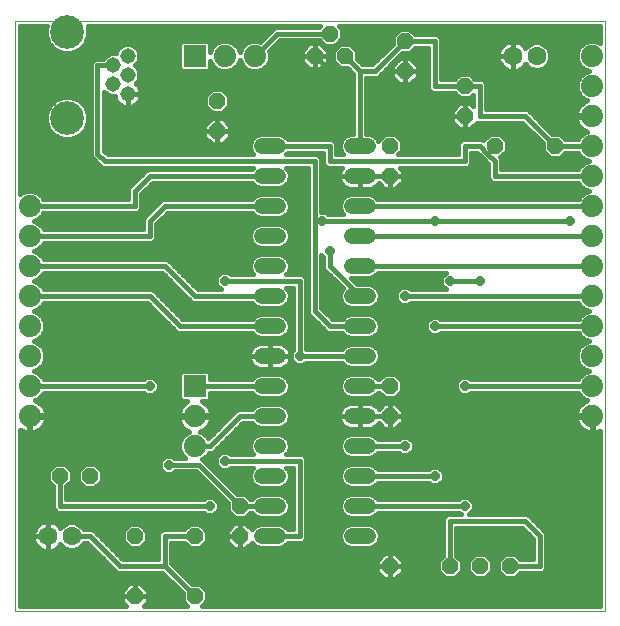
<source format=gbl>
G75*
%MOIN*%
%OFA0B0*%
%FSLAX25Y25*%
%IPPOS*%
%LPD*%
%AMOC8*
5,1,8,0,0,1.08239X$1,22.5*
%
%ADD10C,0.00000*%
%ADD11OC8,0.05200*%
%ADD12C,0.06299*%
%ADD13C,0.07400*%
%ADD14C,0.05200*%
%ADD15R,0.07400X0.07400*%
%ADD16C,0.05150*%
%ADD17C,0.11220*%
%ADD18C,0.01600*%
%ADD19OC8,0.03169*%
D10*
X0001800Y0001800D02*
X0001800Y0198650D01*
X0198650Y0198650D01*
X0198650Y0001800D01*
X0001800Y0001800D01*
D11*
X0041800Y0006800D03*
X0041800Y0026800D03*
X0061800Y0026800D03*
X0076800Y0026800D03*
X0076800Y0036800D03*
X0061800Y0006800D03*
X0026800Y0046800D03*
X0016800Y0046800D03*
X0126800Y0066800D03*
X0126800Y0076800D03*
X0126800Y0016800D03*
X0146800Y0016800D03*
X0156800Y0016800D03*
X0166800Y0016800D03*
X0126800Y0146800D03*
X0126800Y0156800D03*
X0131800Y0181800D03*
X0131800Y0191800D03*
X0111800Y0186800D03*
X0106800Y0194300D03*
X0101800Y0186800D03*
X0069300Y0171800D03*
X0069300Y0161800D03*
X0151800Y0166800D03*
X0151800Y0176800D03*
X0161800Y0156800D03*
X0181800Y0156800D03*
D12*
X0175737Y0186800D03*
X0167863Y0186800D03*
X0020737Y0026800D03*
X0012863Y0026800D03*
D13*
X0006800Y0066800D03*
X0006800Y0076800D03*
X0006800Y0086800D03*
X0006800Y0096800D03*
X0006800Y0106800D03*
X0006800Y0116800D03*
X0006800Y0126800D03*
X0006800Y0136800D03*
X0071800Y0186800D03*
X0081800Y0186800D03*
X0194300Y0186800D03*
X0194300Y0176800D03*
X0194300Y0166800D03*
X0194300Y0156800D03*
X0194300Y0146800D03*
X0194300Y0136800D03*
X0194300Y0126800D03*
X0194300Y0116800D03*
X0194300Y0106800D03*
X0194300Y0096800D03*
X0194300Y0086800D03*
X0194300Y0076800D03*
X0194300Y0066800D03*
X0061800Y0066800D03*
X0061800Y0056800D03*
D14*
X0084200Y0056800D02*
X0089400Y0056800D01*
X0089400Y0046800D02*
X0084200Y0046800D01*
X0084200Y0036800D02*
X0089400Y0036800D01*
X0089400Y0026800D02*
X0084200Y0026800D01*
X0114200Y0026800D02*
X0119400Y0026800D01*
X0119400Y0036800D02*
X0114200Y0036800D01*
X0114200Y0046800D02*
X0119400Y0046800D01*
X0119400Y0056800D02*
X0114200Y0056800D01*
X0114200Y0066800D02*
X0119400Y0066800D01*
X0119400Y0076800D02*
X0114200Y0076800D01*
X0114200Y0086800D02*
X0119400Y0086800D01*
X0119400Y0096800D02*
X0114200Y0096800D01*
X0114200Y0106800D02*
X0119400Y0106800D01*
X0119400Y0116800D02*
X0114200Y0116800D01*
X0114200Y0126800D02*
X0119400Y0126800D01*
X0119400Y0136800D02*
X0114200Y0136800D01*
X0114200Y0146800D02*
X0119400Y0146800D01*
X0119400Y0156800D02*
X0114200Y0156800D01*
X0089400Y0156800D02*
X0084200Y0156800D01*
X0084200Y0146800D02*
X0089400Y0146800D01*
X0089400Y0136800D02*
X0084200Y0136800D01*
X0084200Y0126800D02*
X0089400Y0126800D01*
X0089400Y0116800D02*
X0084200Y0116800D01*
X0084200Y0106800D02*
X0089400Y0106800D01*
X0089400Y0096800D02*
X0084200Y0096800D01*
X0084200Y0086800D02*
X0089400Y0086800D01*
X0089400Y0076800D02*
X0084200Y0076800D01*
X0084200Y0066800D02*
X0089400Y0066800D01*
D15*
X0061800Y0076800D03*
X0061800Y0186800D03*
D16*
X0039379Y0186849D03*
X0034654Y0183700D03*
X0039379Y0180550D03*
X0034654Y0177400D03*
X0039379Y0174251D03*
D17*
X0019300Y0166180D03*
X0019300Y0194920D03*
D18*
X0025688Y0192023D02*
X0083912Y0192023D01*
X0083503Y0191615D02*
X0082814Y0191900D01*
X0080786Y0191900D01*
X0078911Y0191124D01*
X0077476Y0189689D01*
X0076800Y0188056D01*
X0076124Y0189689D01*
X0074689Y0191124D01*
X0072814Y0191900D01*
X0070786Y0191900D01*
X0068911Y0191124D01*
X0067476Y0189689D01*
X0066900Y0188297D01*
X0066900Y0191080D01*
X0066080Y0191900D01*
X0057520Y0191900D01*
X0056700Y0191080D01*
X0056700Y0182520D01*
X0057520Y0181700D01*
X0066080Y0181700D01*
X0066900Y0182520D01*
X0066900Y0185303D01*
X0067476Y0183911D01*
X0068911Y0182476D01*
X0070786Y0181700D01*
X0072814Y0181700D01*
X0074689Y0182476D01*
X0076124Y0183911D01*
X0076800Y0185544D01*
X0077476Y0183911D01*
X0078911Y0182476D01*
X0080786Y0181700D01*
X0082814Y0181700D01*
X0084689Y0182476D01*
X0086124Y0183911D01*
X0086900Y0185786D01*
X0086900Y0187814D01*
X0086615Y0188503D01*
X0090211Y0192100D01*
X0103343Y0192100D01*
X0105143Y0190300D01*
X0108457Y0190300D01*
X0110800Y0192643D01*
X0110800Y0195957D01*
X0109957Y0196800D01*
X0196800Y0196800D01*
X0196800Y0191285D01*
X0195314Y0191900D01*
X0193286Y0191900D01*
X0191411Y0191124D01*
X0189976Y0189689D01*
X0189200Y0187814D01*
X0189200Y0185786D01*
X0189976Y0183911D01*
X0191411Y0182476D01*
X0193044Y0181800D01*
X0191411Y0181124D01*
X0189976Y0179689D01*
X0189200Y0177814D01*
X0189200Y0175786D01*
X0189976Y0173911D01*
X0191411Y0172476D01*
X0192537Y0172010D01*
X0192189Y0171897D01*
X0191417Y0171504D01*
X0190717Y0170995D01*
X0190105Y0170383D01*
X0189596Y0169683D01*
X0189203Y0168911D01*
X0188935Y0168088D01*
X0188800Y0167233D01*
X0188800Y0167000D01*
X0194100Y0167000D01*
X0194100Y0166600D01*
X0188800Y0166600D01*
X0188800Y0166367D01*
X0188935Y0165512D01*
X0189203Y0164689D01*
X0189596Y0163917D01*
X0190105Y0163217D01*
X0190717Y0162605D01*
X0191417Y0162096D01*
X0192189Y0161703D01*
X0192537Y0161590D01*
X0191411Y0161124D01*
X0189976Y0159689D01*
X0189691Y0159000D01*
X0185257Y0159000D01*
X0183457Y0160800D01*
X0180911Y0160800D01*
X0172711Y0169000D01*
X0170889Y0169000D01*
X0159000Y0169000D01*
X0159000Y0177711D01*
X0157711Y0179000D01*
X0155257Y0179000D01*
X0153457Y0180800D01*
X0150143Y0180800D01*
X0148343Y0179000D01*
X0144000Y0179000D01*
X0144000Y0192711D01*
X0142711Y0194000D01*
X0135257Y0194000D01*
X0133457Y0195800D01*
X0130143Y0195800D01*
X0127800Y0193457D01*
X0127800Y0190911D01*
X0120889Y0184000D01*
X0117711Y0184000D01*
X0115800Y0185911D01*
X0115800Y0188457D01*
X0113457Y0190800D01*
X0110143Y0190800D01*
X0107800Y0188457D01*
X0107800Y0185143D01*
X0110143Y0182800D01*
X0112689Y0182800D01*
X0114600Y0180889D01*
X0114600Y0160800D01*
X0113404Y0160800D01*
X0111934Y0160191D01*
X0110809Y0159066D01*
X0110200Y0157596D01*
X0110200Y0156004D01*
X0110809Y0154534D01*
X0111343Y0154000D01*
X0109000Y0154000D01*
X0109000Y0157711D01*
X0107711Y0159000D01*
X0092818Y0159000D01*
X0092791Y0159066D01*
X0091666Y0160191D01*
X0090196Y0160800D01*
X0083404Y0160800D01*
X0081934Y0160191D01*
X0080809Y0159066D01*
X0080200Y0157596D01*
X0080200Y0156004D01*
X0080809Y0154534D01*
X0081343Y0154000D01*
X0032711Y0154000D01*
X0031500Y0155211D01*
X0031500Y0174934D01*
X0032403Y0174031D01*
X0033864Y0173426D01*
X0035080Y0173426D01*
X0035112Y0173226D01*
X0035324Y0172571D01*
X0035637Y0171958D01*
X0036042Y0171401D01*
X0036529Y0170914D01*
X0037086Y0170509D01*
X0037699Y0170196D01*
X0038354Y0169984D01*
X0039034Y0169876D01*
X0039379Y0169876D01*
X0039723Y0169876D01*
X0040403Y0169984D01*
X0041058Y0170196D01*
X0041672Y0170509D01*
X0042229Y0170914D01*
X0042716Y0171401D01*
X0043120Y0171958D01*
X0043433Y0172571D01*
X0043646Y0173226D01*
X0043754Y0173906D01*
X0043754Y0174251D01*
X0043754Y0174595D01*
X0043646Y0175275D01*
X0043433Y0175930D01*
X0043120Y0176544D01*
X0042716Y0177101D01*
X0042229Y0177588D01*
X0042118Y0177668D01*
X0042748Y0178298D01*
X0043354Y0179759D01*
X0043354Y0181341D01*
X0042748Y0182802D01*
X0041850Y0183700D01*
X0042748Y0184598D01*
X0043354Y0186059D01*
X0043354Y0187640D01*
X0042748Y0189101D01*
X0041630Y0190219D01*
X0040169Y0190824D01*
X0038588Y0190824D01*
X0037127Y0190219D01*
X0036009Y0189101D01*
X0035418Y0187674D01*
X0033864Y0187674D01*
X0032403Y0187069D01*
X0031285Y0185951D01*
X0031263Y0185900D01*
X0028389Y0185900D01*
X0027100Y0184611D01*
X0027100Y0153389D01*
X0029600Y0150889D01*
X0030889Y0149600D01*
X0081343Y0149600D01*
X0080809Y0149066D01*
X0080782Y0149000D01*
X0045889Y0149000D01*
X0044600Y0147711D01*
X0039600Y0142711D01*
X0039600Y0139000D01*
X0011409Y0139000D01*
X0011124Y0139689D01*
X0009689Y0141124D01*
X0007814Y0141900D01*
X0005786Y0141900D01*
X0003911Y0141124D01*
X0003600Y0140812D01*
X0003600Y0196800D01*
X0012491Y0196800D01*
X0012290Y0196314D01*
X0012290Y0193526D01*
X0013357Y0190949D01*
X0015329Y0188977D01*
X0017906Y0187910D01*
X0020694Y0187910D01*
X0023271Y0188977D01*
X0025243Y0190949D01*
X0026310Y0193526D01*
X0026310Y0196314D01*
X0026109Y0196800D01*
X0103643Y0196800D01*
X0103343Y0196500D01*
X0088389Y0196500D01*
X0083503Y0191615D01*
X0085510Y0193621D02*
X0026310Y0193621D01*
X0026310Y0195220D02*
X0087109Y0195220D01*
X0089300Y0194300D02*
X0081800Y0186800D01*
X0078212Y0190424D02*
X0075388Y0190424D01*
X0076481Y0188826D02*
X0077119Y0188826D01*
X0077427Y0184030D02*
X0076173Y0184030D01*
X0074581Y0182432D02*
X0079019Y0182432D01*
X0084581Y0182432D02*
X0099946Y0182432D01*
X0099977Y0182400D02*
X0101800Y0182400D01*
X0103623Y0182400D01*
X0106200Y0184977D01*
X0106200Y0186800D01*
X0106200Y0188623D01*
X0103623Y0191200D01*
X0101800Y0191200D01*
X0101800Y0186800D01*
X0111800Y0176800D01*
X0114600Y0176038D02*
X0043378Y0176038D01*
X0043754Y0174439D02*
X0066282Y0174439D01*
X0065300Y0173457D02*
X0067643Y0175800D01*
X0070957Y0175800D01*
X0073300Y0173457D01*
X0073300Y0170143D01*
X0070957Y0167800D01*
X0067643Y0167800D01*
X0065300Y0170143D01*
X0065300Y0173457D01*
X0065300Y0172841D02*
X0043520Y0172841D01*
X0043754Y0174251D02*
X0039379Y0174251D01*
X0043754Y0174251D01*
X0042557Y0171242D02*
X0065300Y0171242D01*
X0065799Y0169644D02*
X0031500Y0169644D01*
X0031500Y0171242D02*
X0036200Y0171242D01*
X0035237Y0172841D02*
X0031500Y0172841D01*
X0031500Y0174439D02*
X0031994Y0174439D01*
X0027100Y0174439D02*
X0003600Y0174439D01*
X0003600Y0172841D02*
X0017062Y0172841D01*
X0017906Y0173190D02*
X0015329Y0172123D01*
X0013357Y0170151D01*
X0012290Y0167574D01*
X0012290Y0164785D01*
X0013357Y0162209D01*
X0015329Y0160237D01*
X0017906Y0159170D01*
X0020694Y0159170D01*
X0023271Y0160237D01*
X0025243Y0162209D01*
X0026310Y0164785D01*
X0026310Y0167574D01*
X0025243Y0170151D01*
X0023271Y0172123D01*
X0020694Y0173190D01*
X0017906Y0173190D01*
X0014448Y0171242D02*
X0003600Y0171242D01*
X0003600Y0169644D02*
X0013147Y0169644D01*
X0012485Y0168045D02*
X0003600Y0168045D01*
X0003600Y0166447D02*
X0012290Y0166447D01*
X0012290Y0164848D02*
X0003600Y0164848D01*
X0003600Y0163250D02*
X0012926Y0163250D01*
X0013915Y0161651D02*
X0003600Y0161651D01*
X0003600Y0160053D02*
X0015774Y0160053D01*
X0022826Y0160053D02*
X0027100Y0160053D01*
X0027100Y0161651D02*
X0024685Y0161651D01*
X0025674Y0163250D02*
X0027100Y0163250D01*
X0027100Y0164848D02*
X0026310Y0164848D01*
X0026310Y0166447D02*
X0027100Y0166447D01*
X0027100Y0168045D02*
X0026115Y0168045D01*
X0025453Y0169644D02*
X0027100Y0169644D01*
X0027100Y0171242D02*
X0024152Y0171242D01*
X0021538Y0172841D02*
X0027100Y0172841D01*
X0027100Y0176038D02*
X0003600Y0176038D01*
X0003600Y0177636D02*
X0027100Y0177636D01*
X0027100Y0179235D02*
X0003600Y0179235D01*
X0003600Y0180833D02*
X0027100Y0180833D01*
X0027100Y0182432D02*
X0003600Y0182432D01*
X0003600Y0184030D02*
X0027100Y0184030D01*
X0028118Y0185629D02*
X0003600Y0185629D01*
X0003600Y0187227D02*
X0032784Y0187227D01*
X0035895Y0188826D02*
X0022906Y0188826D01*
X0024718Y0190424D02*
X0037623Y0190424D01*
X0041134Y0190424D02*
X0056700Y0190424D01*
X0056700Y0188826D02*
X0042862Y0188826D01*
X0043354Y0187227D02*
X0056700Y0187227D01*
X0056700Y0185629D02*
X0043176Y0185629D01*
X0042181Y0184030D02*
X0056700Y0184030D01*
X0056788Y0182432D02*
X0042902Y0182432D01*
X0043354Y0180833D02*
X0114600Y0180833D01*
X0114600Y0179235D02*
X0043136Y0179235D01*
X0042162Y0177636D02*
X0114600Y0177636D01*
X0114600Y0174439D02*
X0072318Y0174439D01*
X0073300Y0172841D02*
X0114600Y0172841D01*
X0114600Y0171242D02*
X0073300Y0171242D01*
X0072801Y0169644D02*
X0114600Y0169644D01*
X0114600Y0168045D02*
X0071202Y0168045D01*
X0071123Y0166200D02*
X0069300Y0166200D01*
X0069300Y0161800D01*
X0069300Y0161800D01*
X0073700Y0161800D01*
X0073700Y0163623D01*
X0071123Y0166200D01*
X0069300Y0166200D02*
X0067477Y0166200D01*
X0064900Y0163623D01*
X0064900Y0161800D01*
X0069300Y0161800D01*
X0069300Y0161800D01*
X0069300Y0161800D01*
X0069300Y0166200D01*
X0069300Y0164848D02*
X0069300Y0164848D01*
X0069300Y0163250D02*
X0069300Y0163250D01*
X0069300Y0161800D02*
X0064900Y0161800D01*
X0064900Y0159977D01*
X0067477Y0157400D01*
X0069300Y0157400D01*
X0071123Y0157400D01*
X0073700Y0159977D01*
X0073700Y0161800D01*
X0069300Y0161800D01*
X0069300Y0157400D01*
X0069300Y0161800D01*
X0069300Y0161800D01*
X0069300Y0161651D02*
X0069300Y0161651D01*
X0069300Y0160053D02*
X0069300Y0160053D01*
X0069300Y0158454D02*
X0069300Y0158454D01*
X0072177Y0158454D02*
X0080556Y0158454D01*
X0080200Y0156856D02*
X0031500Y0156856D01*
X0031500Y0158454D02*
X0066423Y0158454D01*
X0064900Y0160053D02*
X0031500Y0160053D01*
X0031500Y0161651D02*
X0064900Y0161651D01*
X0064900Y0163250D02*
X0031500Y0163250D01*
X0031500Y0164848D02*
X0066126Y0164848D01*
X0067398Y0168045D02*
X0031500Y0168045D01*
X0031500Y0166447D02*
X0114600Y0166447D01*
X0114600Y0164848D02*
X0072474Y0164848D01*
X0073700Y0163250D02*
X0114600Y0163250D01*
X0114600Y0161651D02*
X0073700Y0161651D01*
X0073700Y0160053D02*
X0081796Y0160053D01*
X0080510Y0155257D02*
X0031500Y0155257D01*
X0029300Y0154300D02*
X0031800Y0151800D01*
X0101800Y0151800D01*
X0101800Y0101800D01*
X0106800Y0096800D01*
X0116800Y0096800D01*
X0120196Y0100800D02*
X0113404Y0100800D01*
X0111934Y0100191D01*
X0110809Y0099066D01*
X0110782Y0099000D01*
X0107711Y0099000D01*
X0104000Y0102711D01*
X0104000Y0120380D01*
X0104600Y0119780D01*
X0104600Y0115889D01*
X0111116Y0109373D01*
X0110809Y0109066D01*
X0110200Y0107596D01*
X0110200Y0106004D01*
X0110809Y0104534D01*
X0111934Y0103409D01*
X0113404Y0102800D01*
X0120196Y0102800D01*
X0121666Y0103409D01*
X0122791Y0104534D01*
X0123400Y0106004D01*
X0123400Y0107596D01*
X0122791Y0109066D01*
X0121666Y0110191D01*
X0120196Y0110800D01*
X0115911Y0110800D01*
X0113911Y0112800D01*
X0120196Y0112800D01*
X0121666Y0113409D01*
X0122791Y0114534D01*
X0122818Y0114600D01*
X0145380Y0114600D01*
X0143816Y0113036D01*
X0143816Y0110564D01*
X0145380Y0109000D01*
X0133820Y0109000D01*
X0133036Y0109784D01*
X0130564Y0109784D01*
X0128816Y0108036D01*
X0128816Y0105564D01*
X0130564Y0103816D01*
X0133036Y0103816D01*
X0133820Y0104600D01*
X0189691Y0104600D01*
X0189976Y0103911D01*
X0191411Y0102476D01*
X0193044Y0101800D01*
X0191411Y0101124D01*
X0189976Y0099689D01*
X0189691Y0099000D01*
X0143820Y0099000D01*
X0143036Y0099784D01*
X0140564Y0099784D01*
X0138816Y0098036D01*
X0138816Y0095564D01*
X0140564Y0093816D01*
X0143036Y0093816D01*
X0143820Y0094600D01*
X0189691Y0094600D01*
X0189976Y0093911D01*
X0191411Y0092476D01*
X0193044Y0091800D01*
X0191411Y0091124D01*
X0189976Y0089689D01*
X0189200Y0087814D01*
X0189200Y0085786D01*
X0189976Y0083911D01*
X0191411Y0082476D01*
X0193044Y0081800D01*
X0191411Y0081124D01*
X0189976Y0079689D01*
X0189691Y0079000D01*
X0153820Y0079000D01*
X0153036Y0079784D01*
X0150564Y0079784D01*
X0148816Y0078036D01*
X0148816Y0075564D01*
X0150564Y0073816D01*
X0153036Y0073816D01*
X0153820Y0074600D01*
X0189691Y0074600D01*
X0189976Y0073911D01*
X0191411Y0072476D01*
X0192537Y0072010D01*
X0192189Y0071897D01*
X0191417Y0071504D01*
X0190717Y0070995D01*
X0190105Y0070383D01*
X0189596Y0069683D01*
X0189203Y0068911D01*
X0188935Y0068088D01*
X0188800Y0067233D01*
X0188800Y0067000D01*
X0194100Y0067000D01*
X0194100Y0066600D01*
X0194500Y0066600D01*
X0194500Y0061300D01*
X0194733Y0061300D01*
X0195588Y0061435D01*
X0196411Y0061703D01*
X0196800Y0061901D01*
X0196800Y0003600D01*
X0064257Y0003600D01*
X0065800Y0005143D01*
X0065800Y0008457D01*
X0063457Y0010800D01*
X0060911Y0010800D01*
X0054000Y0017711D01*
X0054000Y0024600D01*
X0058343Y0024600D01*
X0060143Y0022800D01*
X0063457Y0022800D01*
X0065800Y0025143D01*
X0065800Y0028457D01*
X0063457Y0030800D01*
X0060143Y0030800D01*
X0058343Y0029000D01*
X0050889Y0029000D01*
X0049600Y0027711D01*
X0049600Y0019000D01*
X0037711Y0019000D01*
X0027711Y0029000D01*
X0024750Y0029000D01*
X0024594Y0029377D01*
X0023314Y0030657D01*
X0021642Y0031350D01*
X0019832Y0031350D01*
X0018160Y0030657D01*
X0017012Y0029510D01*
X0016638Y0030024D01*
X0016087Y0030575D01*
X0015457Y0031033D01*
X0014763Y0031387D01*
X0014022Y0031628D01*
X0013253Y0031750D01*
X0012863Y0031750D01*
X0012473Y0031750D01*
X0011704Y0031628D01*
X0010963Y0031387D01*
X0010269Y0031033D01*
X0009639Y0030575D01*
X0009088Y0030024D01*
X0008630Y0029394D01*
X0008276Y0028700D01*
X0008035Y0027959D01*
X0007913Y0027190D01*
X0007913Y0026800D01*
X0007913Y0026410D01*
X0008035Y0025641D01*
X0008276Y0024900D01*
X0008630Y0024206D01*
X0009088Y0023576D01*
X0009639Y0023025D01*
X0010269Y0022567D01*
X0010963Y0022213D01*
X0011704Y0021972D01*
X0012473Y0021850D01*
X0012863Y0021850D01*
X0013253Y0021850D01*
X0014022Y0021972D01*
X0014763Y0022213D01*
X0015457Y0022567D01*
X0016087Y0023025D01*
X0016638Y0023576D01*
X0017012Y0024090D01*
X0018160Y0022943D01*
X0019832Y0022250D01*
X0021642Y0022250D01*
X0023314Y0022943D01*
X0024594Y0024223D01*
X0024750Y0024600D01*
X0025889Y0024600D01*
X0034600Y0015889D01*
X0035889Y0014600D01*
X0050889Y0014600D01*
X0057800Y0007689D01*
X0057800Y0005143D01*
X0059343Y0003600D01*
X0044823Y0003600D01*
X0046200Y0004977D01*
X0046200Y0006800D01*
X0046200Y0008623D01*
X0043623Y0011200D01*
X0041800Y0011200D01*
X0041800Y0006800D01*
X0041800Y0006800D01*
X0046200Y0006800D01*
X0041800Y0006800D01*
X0041800Y0006800D01*
X0041800Y0006800D01*
X0037400Y0006800D01*
X0037400Y0008623D01*
X0039977Y0011200D01*
X0041800Y0011200D01*
X0041800Y0006800D01*
X0037400Y0006800D01*
X0037400Y0004977D01*
X0038777Y0003600D01*
X0003600Y0003600D01*
X0003600Y0062327D01*
X0003917Y0062096D01*
X0004689Y0061703D01*
X0005512Y0061435D01*
X0006367Y0061300D01*
X0006600Y0061300D01*
X0006600Y0066600D01*
X0007000Y0066600D01*
X0007000Y0067000D01*
X0012300Y0067000D01*
X0012300Y0067233D01*
X0012165Y0068088D01*
X0011897Y0068911D01*
X0011504Y0069683D01*
X0010995Y0070383D01*
X0010383Y0070995D01*
X0009683Y0071504D01*
X0008911Y0071897D01*
X0008563Y0072010D01*
X0009689Y0072476D01*
X0011124Y0073911D01*
X0011409Y0074600D01*
X0044780Y0074600D01*
X0045564Y0073816D01*
X0048036Y0073816D01*
X0049784Y0075564D01*
X0049784Y0078036D01*
X0048036Y0079784D01*
X0045564Y0079784D01*
X0044780Y0079000D01*
X0011409Y0079000D01*
X0011124Y0079689D01*
X0009689Y0081124D01*
X0008056Y0081800D01*
X0009689Y0082476D01*
X0011124Y0083911D01*
X0011900Y0085786D01*
X0011900Y0087814D01*
X0011124Y0089689D01*
X0009689Y0091124D01*
X0008056Y0091800D01*
X0009689Y0092476D01*
X0011124Y0093911D01*
X0011900Y0095786D01*
X0011900Y0097814D01*
X0011124Y0099689D01*
X0009689Y0101124D01*
X0008056Y0101800D01*
X0009689Y0102476D01*
X0011124Y0103911D01*
X0011409Y0104600D01*
X0045889Y0104600D01*
X0054600Y0095889D01*
X0055889Y0094600D01*
X0080782Y0094600D01*
X0080809Y0094534D01*
X0081934Y0093409D01*
X0083404Y0092800D01*
X0090196Y0092800D01*
X0091666Y0093409D01*
X0092791Y0094534D01*
X0093400Y0096004D01*
X0093400Y0097596D01*
X0092791Y0099066D01*
X0091666Y0100191D01*
X0090196Y0100800D01*
X0083404Y0100800D01*
X0081934Y0100191D01*
X0080809Y0099066D01*
X0080782Y0099000D01*
X0057711Y0099000D01*
X0047711Y0109000D01*
X0011409Y0109000D01*
X0011124Y0109689D01*
X0009689Y0111124D01*
X0008056Y0111800D01*
X0009689Y0112476D01*
X0011124Y0113911D01*
X0011409Y0114600D01*
X0050889Y0114600D01*
X0059600Y0105889D01*
X0060889Y0104600D01*
X0080782Y0104600D01*
X0080809Y0104534D01*
X0081934Y0103409D01*
X0083404Y0102800D01*
X0090196Y0102800D01*
X0091666Y0103409D01*
X0092791Y0104534D01*
X0093400Y0106004D01*
X0093400Y0107596D01*
X0092791Y0109066D01*
X0092257Y0109600D01*
X0094600Y0109600D01*
X0094600Y0088820D01*
X0093816Y0088036D01*
X0093816Y0085564D01*
X0095564Y0083816D01*
X0098036Y0083816D01*
X0098820Y0084600D01*
X0110782Y0084600D01*
X0110809Y0084534D01*
X0111934Y0083409D01*
X0113404Y0082800D01*
X0120196Y0082800D01*
X0121666Y0083409D01*
X0122791Y0084534D01*
X0123400Y0086004D01*
X0123400Y0087596D01*
X0122791Y0089066D01*
X0121666Y0090191D01*
X0120196Y0090800D01*
X0113404Y0090800D01*
X0111934Y0090191D01*
X0110809Y0089066D01*
X0110782Y0089000D01*
X0099000Y0089000D01*
X0099000Y0112711D01*
X0097711Y0114000D01*
X0092257Y0114000D01*
X0092791Y0114534D01*
X0093400Y0116004D01*
X0093400Y0117596D01*
X0092791Y0119066D01*
X0091666Y0120191D01*
X0090196Y0120800D01*
X0083404Y0120800D01*
X0081934Y0120191D01*
X0080809Y0119066D01*
X0080200Y0117596D01*
X0080200Y0116004D01*
X0080809Y0114534D01*
X0081343Y0114000D01*
X0073820Y0114000D01*
X0073036Y0114784D01*
X0070564Y0114784D01*
X0068816Y0113036D01*
X0068816Y0110564D01*
X0070380Y0109000D01*
X0062711Y0109000D01*
X0052711Y0119000D01*
X0011409Y0119000D01*
X0011124Y0119689D01*
X0009689Y0121124D01*
X0008056Y0121800D01*
X0009689Y0122476D01*
X0011124Y0123911D01*
X0011409Y0124600D01*
X0047711Y0124600D01*
X0049000Y0125889D01*
X0049000Y0130889D01*
X0052711Y0134600D01*
X0080782Y0134600D01*
X0080809Y0134534D01*
X0081934Y0133409D01*
X0083404Y0132800D01*
X0090196Y0132800D01*
X0091666Y0133409D01*
X0092791Y0134534D01*
X0093400Y0136004D01*
X0093400Y0137596D01*
X0092791Y0139066D01*
X0091666Y0140191D01*
X0090196Y0140800D01*
X0083404Y0140800D01*
X0081934Y0140191D01*
X0080809Y0139066D01*
X0080782Y0139000D01*
X0050889Y0139000D01*
X0049600Y0137711D01*
X0044600Y0132711D01*
X0044600Y0129000D01*
X0011409Y0129000D01*
X0011124Y0129689D01*
X0009689Y0131124D01*
X0008056Y0131800D01*
X0009689Y0132476D01*
X0011124Y0133911D01*
X0011409Y0134600D01*
X0042711Y0134600D01*
X0044000Y0135889D01*
X0044000Y0140889D01*
X0047711Y0144600D01*
X0080782Y0144600D01*
X0080809Y0144534D01*
X0081934Y0143409D01*
X0083404Y0142800D01*
X0090196Y0142800D01*
X0091666Y0143409D01*
X0092791Y0144534D01*
X0093400Y0146004D01*
X0093400Y0147596D01*
X0092791Y0149066D01*
X0092257Y0149600D01*
X0099600Y0149600D01*
X0099600Y0100889D01*
X0104600Y0095889D01*
X0105889Y0094600D01*
X0110782Y0094600D01*
X0110809Y0094534D01*
X0111934Y0093409D01*
X0113404Y0092800D01*
X0120196Y0092800D01*
X0121666Y0093409D01*
X0122791Y0094534D01*
X0123400Y0096004D01*
X0123400Y0097596D01*
X0122791Y0099066D01*
X0121666Y0100191D01*
X0120196Y0100800D01*
X0122548Y0099309D02*
X0140089Y0099309D01*
X0138816Y0097711D02*
X0123352Y0097711D01*
X0123400Y0096112D02*
X0138816Y0096112D01*
X0139866Y0094514D02*
X0122771Y0094514D01*
X0120474Y0092915D02*
X0190972Y0092915D01*
X0191877Y0091317D02*
X0099000Y0091317D01*
X0099000Y0092915D02*
X0113126Y0092915D01*
X0110829Y0094514D02*
X0099000Y0094514D01*
X0099000Y0096112D02*
X0104377Y0096112D01*
X0102778Y0097711D02*
X0099000Y0097711D01*
X0099000Y0099309D02*
X0101180Y0099309D01*
X0099600Y0100908D02*
X0099000Y0100908D01*
X0099000Y0102506D02*
X0099600Y0102506D01*
X0099600Y0104105D02*
X0099000Y0104105D01*
X0099000Y0105703D02*
X0099600Y0105703D01*
X0099600Y0107302D02*
X0099000Y0107302D01*
X0099000Y0108900D02*
X0099600Y0108900D01*
X0099600Y0110499D02*
X0099000Y0110499D01*
X0099000Y0112097D02*
X0099600Y0112097D01*
X0099600Y0113696D02*
X0098015Y0113696D01*
X0099600Y0115294D02*
X0093106Y0115294D01*
X0093400Y0116893D02*
X0099600Y0116893D01*
X0099600Y0118491D02*
X0093029Y0118491D01*
X0091767Y0120090D02*
X0099600Y0120090D01*
X0099600Y0121688D02*
X0008325Y0121688D01*
X0010499Y0123287D02*
X0082229Y0123287D01*
X0081934Y0123409D02*
X0083404Y0122800D01*
X0090196Y0122800D01*
X0091666Y0123409D01*
X0092791Y0124534D01*
X0093400Y0126004D01*
X0093400Y0127596D01*
X0092791Y0129066D01*
X0091666Y0130191D01*
X0090196Y0130800D01*
X0083404Y0130800D01*
X0081934Y0130191D01*
X0080809Y0129066D01*
X0080200Y0127596D01*
X0080200Y0126004D01*
X0080809Y0124534D01*
X0081934Y0123409D01*
X0080663Y0124885D02*
X0047997Y0124885D01*
X0049000Y0126484D02*
X0080200Y0126484D01*
X0080402Y0128082D02*
X0049000Y0128082D01*
X0049000Y0129681D02*
X0081424Y0129681D01*
X0083216Y0132878D02*
X0050989Y0132878D01*
X0049391Y0131279D02*
X0099600Y0131279D01*
X0099600Y0129681D02*
X0092176Y0129681D01*
X0093198Y0128082D02*
X0099600Y0128082D01*
X0099600Y0126484D02*
X0093400Y0126484D01*
X0092936Y0124885D02*
X0099600Y0124885D01*
X0099600Y0123287D02*
X0091371Y0123287D01*
X0090384Y0132878D02*
X0099600Y0132878D01*
X0099600Y0134476D02*
X0092733Y0134476D01*
X0093400Y0136075D02*
X0099600Y0136075D01*
X0099600Y0137673D02*
X0093368Y0137673D01*
X0092585Y0139272D02*
X0099600Y0139272D01*
X0099600Y0140870D02*
X0044000Y0140870D01*
X0044000Y0139272D02*
X0081015Y0139272D01*
X0080867Y0134476D02*
X0052588Y0134476D01*
X0051800Y0136800D02*
X0086800Y0136800D01*
X0092324Y0144068D02*
X0099600Y0144068D01*
X0099600Y0145666D02*
X0093260Y0145666D01*
X0093400Y0147265D02*
X0099600Y0147265D01*
X0099600Y0148863D02*
X0092875Y0148863D01*
X0092257Y0154000D02*
X0100889Y0154000D01*
X0102711Y0154000D01*
X0104000Y0152711D01*
X0104000Y0134784D01*
X0105536Y0134784D01*
X0106320Y0134000D01*
X0111343Y0134000D01*
X0110809Y0134534D01*
X0110200Y0136004D01*
X0110200Y0137596D01*
X0110809Y0139066D01*
X0111934Y0140191D01*
X0113404Y0140800D01*
X0120196Y0140800D01*
X0121666Y0140191D01*
X0122791Y0139066D01*
X0122818Y0139000D01*
X0189691Y0139000D01*
X0189976Y0139689D01*
X0191411Y0141124D01*
X0193044Y0141800D01*
X0191411Y0142476D01*
X0189976Y0143911D01*
X0189691Y0144600D01*
X0160889Y0144600D01*
X0159600Y0145889D01*
X0159600Y0150889D01*
X0157100Y0153389D01*
X0155889Y0154600D01*
X0154000Y0154600D01*
X0154000Y0150889D01*
X0152711Y0149600D01*
X0130223Y0149600D01*
X0131200Y0148623D01*
X0131200Y0146800D01*
X0126800Y0146800D01*
X0156800Y0146800D01*
X0159600Y0147265D02*
X0131200Y0147265D01*
X0131200Y0146800D02*
X0126800Y0146800D01*
X0126800Y0146800D01*
X0126800Y0146800D01*
X0123800Y0146800D01*
X0116800Y0146800D01*
X0116800Y0146800D01*
X0126800Y0146800D01*
X0126800Y0142400D01*
X0128623Y0142400D01*
X0131200Y0144977D01*
X0131200Y0146800D01*
X0131200Y0145666D02*
X0159823Y0145666D01*
X0161800Y0146800D02*
X0161800Y0151800D01*
X0159300Y0154300D01*
X0161800Y0156800D01*
X0159300Y0154300D02*
X0156800Y0156800D01*
X0151800Y0156800D01*
X0151800Y0151800D01*
X0106800Y0151800D01*
X0106800Y0156800D01*
X0086800Y0156800D01*
X0091804Y0160053D02*
X0111796Y0160053D01*
X0110556Y0158454D02*
X0108257Y0158454D01*
X0109000Y0156856D02*
X0110200Y0156856D01*
X0110510Y0155257D02*
X0109000Y0155257D01*
X0104600Y0154600D02*
X0104600Y0150889D01*
X0105889Y0149600D01*
X0110796Y0149600D01*
X0110437Y0149106D01*
X0110122Y0148489D01*
X0109908Y0147830D01*
X0109800Y0147146D01*
X0109800Y0146800D01*
X0116800Y0146800D01*
X0116800Y0142400D01*
X0119746Y0142400D01*
X0120430Y0142508D01*
X0121089Y0142722D01*
X0121706Y0143037D01*
X0122266Y0143444D01*
X0122756Y0143934D01*
X0123046Y0144332D01*
X0124977Y0142400D01*
X0126800Y0142400D01*
X0126800Y0146800D01*
X0126800Y0146800D01*
X0126800Y0145666D02*
X0126800Y0145666D01*
X0126800Y0144068D02*
X0126800Y0144068D01*
X0126800Y0142469D02*
X0126800Y0142469D01*
X0128692Y0142469D02*
X0191429Y0142469D01*
X0191158Y0140870D02*
X0104000Y0140870D01*
X0104000Y0139272D02*
X0111015Y0139272D01*
X0110232Y0137673D02*
X0104000Y0137673D01*
X0104000Y0136075D02*
X0110200Y0136075D01*
X0110867Y0134476D02*
X0105844Y0134476D01*
X0104300Y0131800D02*
X0186800Y0131800D01*
X0194300Y0136800D02*
X0116800Y0136800D01*
X0116800Y0142400D02*
X0113854Y0142400D01*
X0113170Y0142508D01*
X0112511Y0142722D01*
X0111894Y0143037D01*
X0111334Y0143444D01*
X0110844Y0143934D01*
X0110437Y0144494D01*
X0110122Y0145111D01*
X0109908Y0145770D01*
X0109800Y0146454D01*
X0109800Y0146800D01*
X0116800Y0146800D01*
X0116800Y0146800D01*
X0116800Y0146800D01*
X0116800Y0142400D01*
X0116800Y0142469D02*
X0116800Y0142469D01*
X0116800Y0144068D02*
X0116800Y0144068D01*
X0116800Y0145666D02*
X0116800Y0145666D01*
X0120182Y0142469D02*
X0124908Y0142469D01*
X0123310Y0144068D02*
X0122853Y0144068D01*
X0122585Y0139272D02*
X0189804Y0139272D01*
X0189912Y0144068D02*
X0130290Y0144068D01*
X0130959Y0148863D02*
X0159600Y0148863D01*
X0159600Y0150462D02*
X0153573Y0150462D01*
X0154000Y0152060D02*
X0158429Y0152060D01*
X0156830Y0153659D02*
X0154000Y0153659D01*
X0149600Y0154000D02*
X0149600Y0157711D01*
X0150889Y0159000D01*
X0157711Y0159000D01*
X0158027Y0158684D01*
X0160143Y0160800D01*
X0163457Y0160800D01*
X0165800Y0158457D01*
X0165800Y0155143D01*
X0163684Y0153027D01*
X0164000Y0152711D01*
X0164000Y0149000D01*
X0189691Y0149000D01*
X0189976Y0149689D01*
X0191411Y0151124D01*
X0193044Y0151800D01*
X0191411Y0152476D01*
X0189976Y0153911D01*
X0189691Y0154600D01*
X0185257Y0154600D01*
X0183457Y0152800D01*
X0180143Y0152800D01*
X0177800Y0155143D01*
X0177800Y0157689D01*
X0170889Y0164600D01*
X0155889Y0164600D01*
X0155856Y0164633D01*
X0153623Y0162400D01*
X0151800Y0162400D01*
X0151800Y0166800D01*
X0151800Y0166800D01*
X0151800Y0171200D01*
X0153623Y0171200D01*
X0154600Y0170223D01*
X0154600Y0173943D01*
X0153457Y0172800D01*
X0150143Y0172800D01*
X0148343Y0174600D01*
X0140889Y0174600D01*
X0139600Y0175889D01*
X0139600Y0189600D01*
X0135257Y0189600D01*
X0133457Y0187800D01*
X0130911Y0187800D01*
X0122711Y0179600D01*
X0119000Y0179600D01*
X0119000Y0160800D01*
X0120196Y0160800D01*
X0121666Y0160191D01*
X0122791Y0159066D01*
X0122972Y0158629D01*
X0125143Y0160800D01*
X0128457Y0160800D01*
X0130800Y0158457D01*
X0130800Y0155143D01*
X0129657Y0154000D01*
X0149600Y0154000D01*
X0149600Y0155257D02*
X0130800Y0155257D01*
X0130800Y0156856D02*
X0149600Y0156856D01*
X0150343Y0158454D02*
X0130800Y0158454D01*
X0129204Y0160053D02*
X0159396Y0160053D01*
X0164204Y0160053D02*
X0175436Y0160053D01*
X0173838Y0161651D02*
X0119000Y0161651D01*
X0119000Y0163250D02*
X0149128Y0163250D01*
X0149977Y0162400D02*
X0147400Y0164977D01*
X0147400Y0166800D01*
X0151800Y0166800D01*
X0151800Y0166800D01*
X0151800Y0171200D01*
X0149977Y0171200D01*
X0147400Y0168623D01*
X0147400Y0166800D01*
X0151800Y0166800D01*
X0151800Y0166800D01*
X0151800Y0162400D01*
X0149977Y0162400D01*
X0151800Y0163250D02*
X0151800Y0163250D01*
X0151800Y0164848D02*
X0151800Y0164848D01*
X0151800Y0166447D02*
X0151800Y0166447D01*
X0151800Y0168045D02*
X0151800Y0168045D01*
X0151800Y0169644D02*
X0151800Y0169644D01*
X0154600Y0171242D02*
X0119000Y0171242D01*
X0119000Y0169644D02*
X0148421Y0169644D01*
X0147400Y0168045D02*
X0119000Y0168045D01*
X0119000Y0166447D02*
X0147400Y0166447D01*
X0147529Y0164848D02*
X0119000Y0164848D01*
X0121804Y0160053D02*
X0124396Y0160053D01*
X0116800Y0156800D02*
X0116800Y0181800D01*
X0121800Y0181800D01*
X0131800Y0191800D01*
X0141800Y0191800D01*
X0141800Y0176800D01*
X0151800Y0176800D01*
X0156800Y0176800D01*
X0156800Y0166800D01*
X0171800Y0166800D01*
X0181800Y0156800D01*
X0194300Y0156800D01*
X0190340Y0160053D02*
X0184204Y0160053D01*
X0180060Y0161651D02*
X0192348Y0161651D01*
X0190081Y0163250D02*
X0178462Y0163250D01*
X0176863Y0164848D02*
X0189151Y0164848D01*
X0188800Y0166447D02*
X0175265Y0166447D01*
X0173666Y0168045D02*
X0188929Y0168045D01*
X0189576Y0169644D02*
X0159000Y0169644D01*
X0159000Y0171242D02*
X0191057Y0171242D01*
X0191047Y0172841D02*
X0159000Y0172841D01*
X0159000Y0174439D02*
X0189758Y0174439D01*
X0189200Y0176038D02*
X0159000Y0176038D01*
X0159000Y0177636D02*
X0189200Y0177636D01*
X0189788Y0179235D02*
X0155022Y0179235D01*
X0154600Y0172841D02*
X0153498Y0172841D01*
X0150102Y0172841D02*
X0119000Y0172841D01*
X0119000Y0174439D02*
X0148504Y0174439D01*
X0148578Y0179235D02*
X0144000Y0179235D01*
X0144000Y0180833D02*
X0191121Y0180833D01*
X0191519Y0182432D02*
X0177080Y0182432D01*
X0176642Y0182250D02*
X0178314Y0182943D01*
X0179594Y0184223D01*
X0180287Y0185895D01*
X0180287Y0187705D01*
X0179594Y0189377D01*
X0178314Y0190657D01*
X0176642Y0191350D01*
X0174832Y0191350D01*
X0173160Y0190657D01*
X0172012Y0189510D01*
X0171638Y0190024D01*
X0171087Y0190575D01*
X0170457Y0191033D01*
X0169763Y0191387D01*
X0169022Y0191628D01*
X0168253Y0191750D01*
X0167863Y0191750D01*
X0167473Y0191750D01*
X0166704Y0191628D01*
X0165963Y0191387D01*
X0165269Y0191033D01*
X0164639Y0190575D01*
X0164088Y0190024D01*
X0163630Y0189394D01*
X0163276Y0188700D01*
X0163035Y0187959D01*
X0162913Y0187190D01*
X0162913Y0186800D01*
X0162913Y0186410D01*
X0163035Y0185641D01*
X0163276Y0184900D01*
X0163630Y0184206D01*
X0164088Y0183576D01*
X0164639Y0183025D01*
X0165269Y0182567D01*
X0165963Y0182213D01*
X0166704Y0181972D01*
X0167473Y0181850D01*
X0167863Y0181850D01*
X0168253Y0181850D01*
X0169022Y0181972D01*
X0169763Y0182213D01*
X0170457Y0182567D01*
X0171087Y0183025D01*
X0171638Y0183576D01*
X0172012Y0184090D01*
X0173160Y0182943D01*
X0174832Y0182250D01*
X0176642Y0182250D01*
X0179401Y0184030D02*
X0189927Y0184030D01*
X0189265Y0185629D02*
X0180176Y0185629D01*
X0180287Y0187227D02*
X0189200Y0187227D01*
X0189619Y0188826D02*
X0179822Y0188826D01*
X0178547Y0190424D02*
X0190712Y0190424D01*
X0196800Y0192023D02*
X0144000Y0192023D01*
X0144000Y0190424D02*
X0164488Y0190424D01*
X0163340Y0188826D02*
X0144000Y0188826D01*
X0144000Y0187227D02*
X0162919Y0187227D01*
X0162913Y0186800D02*
X0167863Y0186800D01*
X0167863Y0186800D01*
X0167863Y0191750D01*
X0167863Y0186800D01*
X0167863Y0181850D01*
X0167863Y0186800D01*
X0167863Y0186800D01*
X0167863Y0186800D01*
X0162913Y0186800D01*
X0163039Y0185629D02*
X0144000Y0185629D01*
X0144000Y0184030D02*
X0163757Y0184030D01*
X0165534Y0182432D02*
X0144000Y0182432D01*
X0139600Y0182432D02*
X0136200Y0182432D01*
X0136200Y0181800D02*
X0136200Y0183623D01*
X0133623Y0186200D01*
X0131800Y0186200D01*
X0131800Y0181800D01*
X0131800Y0181800D01*
X0136200Y0181800D01*
X0131800Y0181800D01*
X0131800Y0181800D01*
X0131800Y0181800D01*
X0127400Y0181800D01*
X0127400Y0183623D01*
X0129977Y0186200D01*
X0131800Y0186200D01*
X0131800Y0181800D01*
X0131800Y0177400D01*
X0133623Y0177400D01*
X0136200Y0179977D01*
X0136200Y0181800D01*
X0136200Y0180833D02*
X0139600Y0180833D01*
X0139600Y0179235D02*
X0135457Y0179235D01*
X0133859Y0177636D02*
X0139600Y0177636D01*
X0139600Y0176038D02*
X0119000Y0176038D01*
X0119000Y0177636D02*
X0129741Y0177636D01*
X0129977Y0177400D02*
X0127400Y0179977D01*
X0127400Y0181800D01*
X0131800Y0181800D01*
X0131800Y0181800D01*
X0131800Y0177400D01*
X0129977Y0177400D01*
X0131800Y0177636D02*
X0131800Y0177636D01*
X0131800Y0179235D02*
X0131800Y0179235D01*
X0131800Y0180833D02*
X0131800Y0180833D01*
X0131800Y0182432D02*
X0131800Y0182432D01*
X0131800Y0184030D02*
X0131800Y0184030D01*
X0131800Y0185629D02*
X0131800Y0185629D01*
X0130339Y0187227D02*
X0139600Y0187227D01*
X0139600Y0185629D02*
X0134194Y0185629D01*
X0135792Y0184030D02*
X0139600Y0184030D01*
X0139600Y0188826D02*
X0134483Y0188826D01*
X0129406Y0185629D02*
X0128740Y0185629D01*
X0127808Y0184030D02*
X0127142Y0184030D01*
X0127400Y0182432D02*
X0125543Y0182432D01*
X0123945Y0180833D02*
X0127400Y0180833D01*
X0128143Y0179235D02*
X0119000Y0179235D01*
X0116800Y0181800D02*
X0111800Y0186800D01*
X0113832Y0190424D02*
X0127313Y0190424D01*
X0127800Y0192023D02*
X0110180Y0192023D01*
X0109767Y0190424D02*
X0108581Y0190424D01*
X0108169Y0188826D02*
X0105997Y0188826D01*
X0106200Y0187227D02*
X0107800Y0187227D01*
X0107800Y0185629D02*
X0106200Y0185629D01*
X0106200Y0186800D02*
X0101800Y0186800D01*
X0106200Y0186800D01*
X0105019Y0190424D02*
X0104398Y0190424D01*
X0103420Y0192023D02*
X0090134Y0192023D01*
X0088536Y0190424D02*
X0099202Y0190424D01*
X0099977Y0191200D02*
X0097400Y0188623D01*
X0097400Y0186800D01*
X0101800Y0186800D01*
X0101800Y0186800D01*
X0101800Y0186800D01*
X0101800Y0182400D01*
X0101800Y0186800D01*
X0101800Y0186800D01*
X0101800Y0186800D01*
X0101800Y0191200D01*
X0099977Y0191200D01*
X0101800Y0190424D02*
X0101800Y0190424D01*
X0101800Y0188826D02*
X0101800Y0188826D01*
X0101800Y0187227D02*
X0101800Y0187227D01*
X0101800Y0186800D02*
X0097400Y0186800D01*
X0097400Y0184977D01*
X0099977Y0182400D01*
X0101800Y0182432D02*
X0101800Y0182432D01*
X0101800Y0184030D02*
X0101800Y0184030D01*
X0101800Y0185629D02*
X0101800Y0185629D01*
X0098347Y0184030D02*
X0086173Y0184030D01*
X0086835Y0185629D02*
X0097400Y0185629D01*
X0097400Y0187227D02*
X0086900Y0187227D01*
X0086937Y0188826D02*
X0097603Y0188826D01*
X0103654Y0182432D02*
X0113057Y0182432D01*
X0116082Y0185629D02*
X0122518Y0185629D01*
X0124116Y0187227D02*
X0115800Y0187227D01*
X0115431Y0188826D02*
X0125715Y0188826D01*
X0127965Y0193621D02*
X0110800Y0193621D01*
X0110800Y0195220D02*
X0129563Y0195220D01*
X0134037Y0195220D02*
X0196800Y0195220D01*
X0196800Y0193621D02*
X0143090Y0193621D01*
X0120919Y0184030D02*
X0117681Y0184030D01*
X0108913Y0184030D02*
X0105253Y0184030D01*
X0106800Y0194300D02*
X0089300Y0194300D01*
X0069019Y0182432D02*
X0066812Y0182432D01*
X0066900Y0184030D02*
X0067427Y0184030D01*
X0067119Y0188826D02*
X0066900Y0188826D01*
X0066900Y0190424D02*
X0068212Y0190424D01*
X0039379Y0174251D02*
X0039379Y0174251D01*
X0039379Y0169876D01*
X0039379Y0174251D01*
X0039379Y0174251D01*
X0039379Y0172841D02*
X0039379Y0172841D01*
X0039379Y0171242D02*
X0039379Y0171242D01*
X0034654Y0183700D02*
X0029300Y0183700D01*
X0029300Y0154300D01*
X0027100Y0153659D02*
X0003600Y0153659D01*
X0003600Y0155257D02*
X0027100Y0155257D01*
X0027100Y0156856D02*
X0003600Y0156856D01*
X0003600Y0158454D02*
X0027100Y0158454D01*
X0028429Y0152060D02*
X0003600Y0152060D01*
X0003600Y0150462D02*
X0030027Y0150462D01*
X0039600Y0142469D02*
X0003600Y0142469D01*
X0003600Y0144068D02*
X0040956Y0144068D01*
X0042555Y0145666D02*
X0003600Y0145666D01*
X0003600Y0147265D02*
X0044153Y0147265D01*
X0045752Y0148863D02*
X0003600Y0148863D01*
X0003600Y0140870D02*
X0003658Y0140870D01*
X0006800Y0136800D02*
X0041800Y0136800D01*
X0041800Y0141800D01*
X0046800Y0146800D01*
X0086800Y0146800D01*
X0081276Y0144068D02*
X0047179Y0144068D01*
X0045580Y0142469D02*
X0099600Y0142469D01*
X0104000Y0142469D02*
X0113418Y0142469D01*
X0110747Y0144068D02*
X0104000Y0144068D01*
X0104000Y0145666D02*
X0109942Y0145666D01*
X0109819Y0147265D02*
X0104000Y0147265D01*
X0104000Y0148863D02*
X0110313Y0148863D01*
X0105027Y0150462D02*
X0104000Y0150462D01*
X0104000Y0152060D02*
X0104600Y0152060D01*
X0104600Y0153659D02*
X0103053Y0153659D01*
X0104600Y0154600D02*
X0092818Y0154600D01*
X0092791Y0154534D01*
X0092257Y0154000D01*
X0116800Y0126800D02*
X0194300Y0126800D01*
X0194300Y0116800D02*
X0116800Y0116800D01*
X0114614Y0112097D02*
X0143816Y0112097D01*
X0143881Y0110499D02*
X0120923Y0110499D01*
X0122860Y0108900D02*
X0129680Y0108900D01*
X0128816Y0107302D02*
X0123400Y0107302D01*
X0123275Y0105703D02*
X0128816Y0105703D01*
X0130275Y0104105D02*
X0122362Y0104105D01*
X0116800Y0106800D02*
X0106800Y0116800D01*
X0106800Y0121800D01*
X0104290Y0120090D02*
X0104000Y0120090D01*
X0104000Y0118491D02*
X0104600Y0118491D01*
X0104600Y0116893D02*
X0104000Y0116893D01*
X0104000Y0115294D02*
X0105194Y0115294D01*
X0104000Y0113696D02*
X0106793Y0113696D01*
X0108391Y0112097D02*
X0104000Y0112097D01*
X0104000Y0110499D02*
X0109990Y0110499D01*
X0110740Y0108900D02*
X0104000Y0108900D01*
X0104000Y0107302D02*
X0110200Y0107302D01*
X0110325Y0105703D02*
X0104000Y0105703D01*
X0104000Y0104105D02*
X0111238Y0104105D01*
X0111052Y0099309D02*
X0107402Y0099309D01*
X0105804Y0100908D02*
X0191195Y0100908D01*
X0191381Y0102506D02*
X0104205Y0102506D01*
X0094600Y0102506D02*
X0054205Y0102506D01*
X0055804Y0100908D02*
X0094600Y0100908D01*
X0094600Y0099309D02*
X0092548Y0099309D01*
X0093352Y0097711D02*
X0094600Y0097711D01*
X0094600Y0096112D02*
X0093400Y0096112D01*
X0092771Y0094514D02*
X0094600Y0094514D01*
X0094600Y0092915D02*
X0090474Y0092915D01*
X0090430Y0091092D02*
X0089746Y0091200D01*
X0086800Y0091200D01*
X0086800Y0086800D01*
X0086800Y0086800D01*
X0093800Y0086800D01*
X0093800Y0087146D01*
X0093692Y0087830D01*
X0093478Y0088489D01*
X0093163Y0089106D01*
X0092756Y0089666D01*
X0092266Y0090156D01*
X0091706Y0090563D01*
X0091089Y0090878D01*
X0090430Y0091092D01*
X0092704Y0089718D02*
X0094600Y0089718D01*
X0094600Y0091317D02*
X0009223Y0091317D01*
X0010128Y0092915D02*
X0083126Y0092915D01*
X0083170Y0091092D02*
X0082511Y0090878D01*
X0081894Y0090563D01*
X0081334Y0090156D01*
X0080844Y0089666D01*
X0080437Y0089106D01*
X0080122Y0088489D01*
X0079908Y0087830D01*
X0079800Y0087146D01*
X0079800Y0086800D01*
X0086800Y0086800D01*
X0086800Y0086800D01*
X0086800Y0082400D01*
X0089746Y0082400D01*
X0090430Y0082508D01*
X0091089Y0082722D01*
X0091706Y0083037D01*
X0092266Y0083444D01*
X0092756Y0083934D01*
X0093163Y0084494D01*
X0093478Y0085111D01*
X0093692Y0085770D01*
X0093800Y0086454D01*
X0093800Y0086800D01*
X0086800Y0086800D01*
X0086800Y0086800D01*
X0086800Y0086800D01*
X0086800Y0091200D01*
X0083854Y0091200D01*
X0083170Y0091092D01*
X0080896Y0089718D02*
X0011094Y0089718D01*
X0011774Y0088120D02*
X0080002Y0088120D01*
X0079800Y0086800D02*
X0079800Y0086454D01*
X0079908Y0085770D01*
X0080122Y0085111D01*
X0080437Y0084494D01*
X0080844Y0083934D01*
X0081334Y0083444D01*
X0081894Y0083037D01*
X0082511Y0082722D01*
X0083170Y0082508D01*
X0083854Y0082400D01*
X0086800Y0082400D01*
X0086800Y0086800D01*
X0079800Y0086800D01*
X0079800Y0086521D02*
X0011900Y0086521D01*
X0011543Y0084923D02*
X0080218Y0084923D01*
X0081498Y0083324D02*
X0010537Y0083324D01*
X0008236Y0081726D02*
X0057346Y0081726D01*
X0057520Y0081900D02*
X0056700Y0081080D01*
X0056700Y0072520D01*
X0057520Y0071700D01*
X0059302Y0071700D01*
X0058917Y0071504D01*
X0058217Y0070995D01*
X0057605Y0070383D01*
X0057096Y0069683D01*
X0056703Y0068911D01*
X0056435Y0068088D01*
X0056300Y0067233D01*
X0056300Y0067000D01*
X0061600Y0067000D01*
X0061600Y0066600D01*
X0056300Y0066600D01*
X0056300Y0066367D01*
X0056435Y0065512D01*
X0056703Y0064689D01*
X0057096Y0063917D01*
X0057605Y0063217D01*
X0058217Y0062605D01*
X0058917Y0062096D01*
X0059689Y0061703D01*
X0060037Y0061590D01*
X0058911Y0061124D01*
X0057476Y0059689D01*
X0056700Y0057814D01*
X0056700Y0055786D01*
X0057476Y0053911D01*
X0058638Y0052750D01*
X0055070Y0052750D01*
X0054286Y0053534D01*
X0051814Y0053534D01*
X0050066Y0051786D01*
X0050066Y0049314D01*
X0051814Y0047566D01*
X0054286Y0047566D01*
X0055070Y0048350D01*
X0062139Y0048350D01*
X0072800Y0037689D01*
X0072800Y0035143D01*
X0075143Y0032800D01*
X0078457Y0032800D01*
X0080257Y0034600D01*
X0080782Y0034600D01*
X0080809Y0034534D01*
X0081934Y0033409D01*
X0083404Y0032800D01*
X0090196Y0032800D01*
X0091666Y0033409D01*
X0092791Y0034534D01*
X0093400Y0036004D01*
X0093400Y0037596D01*
X0092791Y0039066D01*
X0091666Y0040191D01*
X0090196Y0040800D01*
X0083404Y0040800D01*
X0081934Y0040191D01*
X0080809Y0039066D01*
X0080782Y0039000D01*
X0080257Y0039000D01*
X0078457Y0040800D01*
X0075911Y0040800D01*
X0064368Y0052343D01*
X0064689Y0052476D01*
X0066124Y0053911D01*
X0066409Y0054600D01*
X0067711Y0054600D01*
X0077711Y0064600D01*
X0080782Y0064600D01*
X0080809Y0064534D01*
X0081934Y0063409D01*
X0083404Y0062800D01*
X0090196Y0062800D01*
X0091666Y0063409D01*
X0092791Y0064534D01*
X0093400Y0066004D01*
X0093400Y0067596D01*
X0092791Y0069066D01*
X0091666Y0070191D01*
X0090196Y0070800D01*
X0083404Y0070800D01*
X0081934Y0070191D01*
X0080809Y0069066D01*
X0080782Y0069000D01*
X0075889Y0069000D01*
X0074600Y0067711D01*
X0066257Y0059368D01*
X0066124Y0059689D01*
X0064689Y0061124D01*
X0063563Y0061590D01*
X0063911Y0061703D01*
X0064683Y0062096D01*
X0065383Y0062605D01*
X0065995Y0063217D01*
X0066504Y0063917D01*
X0066897Y0064689D01*
X0067165Y0065512D01*
X0067300Y0066367D01*
X0067300Y0066600D01*
X0062000Y0066600D01*
X0062000Y0067000D01*
X0067300Y0067000D01*
X0067300Y0067233D01*
X0067165Y0068088D01*
X0066897Y0068911D01*
X0066504Y0069683D01*
X0065995Y0070383D01*
X0065383Y0070995D01*
X0064683Y0071504D01*
X0064298Y0071700D01*
X0066080Y0071700D01*
X0066900Y0072520D01*
X0066900Y0074600D01*
X0080782Y0074600D01*
X0080809Y0074534D01*
X0081934Y0073409D01*
X0083404Y0072800D01*
X0090196Y0072800D01*
X0091666Y0073409D01*
X0092791Y0074534D01*
X0093400Y0076004D01*
X0093400Y0077596D01*
X0092791Y0079066D01*
X0091666Y0080191D01*
X0090196Y0080800D01*
X0083404Y0080800D01*
X0081934Y0080191D01*
X0080809Y0079066D01*
X0080782Y0079000D01*
X0066900Y0079000D01*
X0066900Y0081080D01*
X0066080Y0081900D01*
X0057520Y0081900D01*
X0056700Y0080127D02*
X0010685Y0080127D01*
X0006800Y0076800D02*
X0046800Y0076800D01*
X0049784Y0076930D02*
X0056700Y0076930D01*
X0056700Y0075332D02*
X0049552Y0075332D01*
X0049292Y0078529D02*
X0056700Y0078529D01*
X0056700Y0073733D02*
X0010945Y0073733D01*
X0008863Y0072134D02*
X0057086Y0072134D01*
X0057758Y0070536D02*
X0010842Y0070536D01*
X0011884Y0068937D02*
X0056716Y0068937D01*
X0056317Y0067339D02*
X0012283Y0067339D01*
X0012300Y0066600D02*
X0007000Y0066600D01*
X0007000Y0061300D01*
X0007233Y0061300D01*
X0008088Y0061435D01*
X0008911Y0061703D01*
X0009683Y0062096D01*
X0010383Y0062605D01*
X0010995Y0063217D01*
X0011504Y0063917D01*
X0011897Y0064689D01*
X0012165Y0065512D01*
X0012300Y0066367D01*
X0012300Y0066600D01*
X0012201Y0065740D02*
X0056399Y0065740D01*
X0056982Y0064142D02*
X0011618Y0064142D01*
X0010298Y0062543D02*
X0058302Y0062543D01*
X0058732Y0060945D02*
X0003600Y0060945D01*
X0003600Y0059346D02*
X0057335Y0059346D01*
X0056700Y0057748D02*
X0003600Y0057748D01*
X0003600Y0056149D02*
X0056700Y0056149D01*
X0057211Y0054551D02*
X0003600Y0054551D01*
X0003600Y0052952D02*
X0051232Y0052952D01*
X0050066Y0051354D02*
X0003600Y0051354D01*
X0003600Y0049755D02*
X0014098Y0049755D01*
X0015143Y0050800D02*
X0012800Y0048457D01*
X0012800Y0045143D01*
X0014600Y0043343D01*
X0014600Y0035889D01*
X0015889Y0034600D01*
X0064780Y0034600D01*
X0065564Y0033816D01*
X0068036Y0033816D01*
X0069784Y0035564D01*
X0069784Y0038036D01*
X0068036Y0039784D01*
X0065564Y0039784D01*
X0064780Y0039000D01*
X0019000Y0039000D01*
X0019000Y0043343D01*
X0020800Y0045143D01*
X0020800Y0048457D01*
X0018457Y0050800D01*
X0015143Y0050800D01*
X0012800Y0048157D02*
X0003600Y0048157D01*
X0003600Y0046558D02*
X0012800Y0046558D01*
X0012983Y0044960D02*
X0003600Y0044960D01*
X0003600Y0043361D02*
X0014582Y0043361D01*
X0014600Y0041763D02*
X0003600Y0041763D01*
X0003600Y0040164D02*
X0014600Y0040164D01*
X0014600Y0038566D02*
X0003600Y0038566D01*
X0003600Y0036967D02*
X0014600Y0036967D01*
X0015120Y0035369D02*
X0003600Y0035369D01*
X0003600Y0033770D02*
X0074173Y0033770D01*
X0072800Y0035369D02*
X0069589Y0035369D01*
X0069784Y0036967D02*
X0072800Y0036967D01*
X0071923Y0038566D02*
X0069255Y0038566D01*
X0070324Y0040164D02*
X0019000Y0040164D01*
X0019000Y0041763D02*
X0068726Y0041763D01*
X0067127Y0043361D02*
X0029018Y0043361D01*
X0028457Y0042800D02*
X0030800Y0045143D01*
X0030800Y0048457D01*
X0028457Y0050800D01*
X0025143Y0050800D01*
X0022800Y0048457D01*
X0022800Y0045143D01*
X0025143Y0042800D01*
X0028457Y0042800D01*
X0030617Y0044960D02*
X0065529Y0044960D01*
X0063930Y0046558D02*
X0030800Y0046558D01*
X0030800Y0048157D02*
X0051223Y0048157D01*
X0050066Y0049755D02*
X0029501Y0049755D01*
X0024098Y0049755D02*
X0019501Y0049755D01*
X0020800Y0048157D02*
X0022800Y0048157D01*
X0022800Y0046558D02*
X0020800Y0046558D01*
X0020617Y0044960D02*
X0022983Y0044960D01*
X0024582Y0043361D02*
X0019018Y0043361D01*
X0016800Y0046800D02*
X0016800Y0036800D01*
X0066800Y0036800D01*
X0063684Y0030573D02*
X0074351Y0030573D01*
X0074977Y0031200D02*
X0072400Y0028623D01*
X0072400Y0026800D01*
X0076800Y0026800D01*
X0076800Y0026800D01*
X0076800Y0031200D01*
X0078623Y0031200D01*
X0080794Y0029029D01*
X0080809Y0029066D01*
X0081934Y0030191D01*
X0083404Y0030800D01*
X0090196Y0030800D01*
X0091666Y0030191D01*
X0092791Y0029066D01*
X0092818Y0029000D01*
X0094600Y0029000D01*
X0094600Y0049600D01*
X0092257Y0049600D01*
X0092791Y0049066D01*
X0093400Y0047596D01*
X0093400Y0046004D01*
X0092791Y0044534D01*
X0091666Y0043409D01*
X0090196Y0042800D01*
X0083404Y0042800D01*
X0081934Y0043409D01*
X0080809Y0044534D01*
X0080200Y0046004D01*
X0080200Y0047596D01*
X0080809Y0049066D01*
X0081343Y0049600D01*
X0073820Y0049600D01*
X0073036Y0048816D01*
X0070564Y0048816D01*
X0068816Y0050564D01*
X0068816Y0053036D01*
X0070564Y0054784D01*
X0073036Y0054784D01*
X0073820Y0054000D01*
X0081343Y0054000D01*
X0080809Y0054534D01*
X0080200Y0056004D01*
X0080200Y0057596D01*
X0080809Y0059066D01*
X0081934Y0060191D01*
X0083404Y0060800D01*
X0090196Y0060800D01*
X0091666Y0060191D01*
X0092791Y0059066D01*
X0093400Y0057596D01*
X0093400Y0056004D01*
X0092791Y0054534D01*
X0092257Y0054000D01*
X0097711Y0054000D01*
X0099000Y0052711D01*
X0099000Y0025889D01*
X0097711Y0024600D01*
X0092818Y0024600D01*
X0092791Y0024534D01*
X0091666Y0023409D01*
X0090196Y0022800D01*
X0083404Y0022800D01*
X0081934Y0023409D01*
X0080809Y0024534D01*
X0080794Y0024571D01*
X0078623Y0022400D01*
X0076800Y0022400D01*
X0076800Y0026800D01*
X0076800Y0026800D01*
X0076800Y0026800D01*
X0076800Y0031200D01*
X0074977Y0031200D01*
X0076800Y0030573D02*
X0076800Y0030573D01*
X0076800Y0028975D02*
X0076800Y0028975D01*
X0076800Y0027376D02*
X0076800Y0027376D01*
X0076800Y0026800D02*
X0072400Y0026800D01*
X0072400Y0024977D01*
X0074977Y0022400D01*
X0076800Y0022400D01*
X0076800Y0026800D01*
X0076800Y0025778D02*
X0076800Y0025778D01*
X0076800Y0024179D02*
X0076800Y0024179D01*
X0076800Y0022581D02*
X0076800Y0022581D01*
X0078803Y0022581D02*
X0144600Y0022581D01*
X0144600Y0024179D02*
X0122436Y0024179D01*
X0122791Y0024534D02*
X0123400Y0026004D01*
X0123400Y0027596D01*
X0122791Y0029066D01*
X0121666Y0030191D01*
X0120196Y0030800D01*
X0113404Y0030800D01*
X0111934Y0030191D01*
X0110809Y0029066D01*
X0110200Y0027596D01*
X0110200Y0026004D01*
X0110809Y0024534D01*
X0111934Y0023409D01*
X0113404Y0022800D01*
X0120196Y0022800D01*
X0121666Y0023409D01*
X0122791Y0024534D01*
X0123306Y0025778D02*
X0144600Y0025778D01*
X0144600Y0027376D02*
X0123400Y0027376D01*
X0122829Y0028975D02*
X0144600Y0028975D01*
X0144600Y0030573D02*
X0120743Y0030573D01*
X0120196Y0032800D02*
X0121666Y0033409D01*
X0122791Y0034534D01*
X0122818Y0034600D01*
X0149780Y0034600D01*
X0150380Y0034000D01*
X0145889Y0034000D01*
X0144600Y0032711D01*
X0144600Y0020257D01*
X0142800Y0018457D01*
X0142800Y0015143D01*
X0145143Y0012800D01*
X0148457Y0012800D01*
X0150800Y0015143D01*
X0150800Y0018457D01*
X0149000Y0020257D01*
X0149000Y0029600D01*
X0170889Y0029600D01*
X0174600Y0025889D01*
X0174600Y0019000D01*
X0170257Y0019000D01*
X0168457Y0020800D01*
X0165143Y0020800D01*
X0162800Y0018457D01*
X0162800Y0015143D01*
X0165143Y0012800D01*
X0168457Y0012800D01*
X0170257Y0014600D01*
X0177711Y0014600D01*
X0179000Y0015889D01*
X0179000Y0027711D01*
X0177711Y0029000D01*
X0172711Y0034000D01*
X0153220Y0034000D01*
X0154784Y0035564D01*
X0154784Y0038036D01*
X0153036Y0039784D01*
X0150564Y0039784D01*
X0149780Y0039000D01*
X0122818Y0039000D01*
X0122791Y0039066D01*
X0121666Y0040191D01*
X0120196Y0040800D01*
X0113404Y0040800D01*
X0111934Y0040191D01*
X0110809Y0039066D01*
X0110200Y0037596D01*
X0110200Y0036004D01*
X0110809Y0034534D01*
X0111934Y0033409D01*
X0113404Y0032800D01*
X0120196Y0032800D01*
X0122027Y0033770D02*
X0145659Y0033770D01*
X0144600Y0032172D02*
X0099000Y0032172D01*
X0099000Y0033770D02*
X0111573Y0033770D01*
X0110463Y0035369D02*
X0099000Y0035369D01*
X0099000Y0036967D02*
X0110200Y0036967D01*
X0110602Y0038566D02*
X0099000Y0038566D01*
X0099000Y0040164D02*
X0111907Y0040164D01*
X0113404Y0042800D02*
X0111934Y0043409D01*
X0110809Y0044534D01*
X0110200Y0046004D01*
X0110200Y0047596D01*
X0110809Y0049066D01*
X0111934Y0050191D01*
X0113404Y0050800D01*
X0120196Y0050800D01*
X0121666Y0050191D01*
X0122791Y0049066D01*
X0122818Y0049000D01*
X0139780Y0049000D01*
X0140564Y0049784D01*
X0143036Y0049784D01*
X0144784Y0048036D01*
X0144784Y0045564D01*
X0143036Y0043816D01*
X0140564Y0043816D01*
X0139780Y0044600D01*
X0122818Y0044600D01*
X0122791Y0044534D01*
X0121666Y0043409D01*
X0120196Y0042800D01*
X0113404Y0042800D01*
X0112049Y0043361D02*
X0099000Y0043361D01*
X0099000Y0041763D02*
X0196800Y0041763D01*
X0196800Y0043361D02*
X0121551Y0043361D01*
X0121693Y0040164D02*
X0196800Y0040164D01*
X0196800Y0038566D02*
X0154255Y0038566D01*
X0154784Y0036967D02*
X0196800Y0036967D01*
X0196800Y0035369D02*
X0154589Y0035369D01*
X0151800Y0036800D02*
X0116800Y0036800D01*
X0112857Y0030573D02*
X0099000Y0030573D01*
X0099000Y0028975D02*
X0110771Y0028975D01*
X0110200Y0027376D02*
X0099000Y0027376D01*
X0098889Y0025778D02*
X0110294Y0025778D01*
X0111164Y0024179D02*
X0092436Y0024179D01*
X0091800Y0026800D02*
X0096800Y0026800D01*
X0096800Y0051800D01*
X0071800Y0051800D01*
X0069624Y0049755D02*
X0066956Y0049755D01*
X0068554Y0048157D02*
X0080432Y0048157D01*
X0080200Y0046558D02*
X0070153Y0046558D01*
X0071751Y0044960D02*
X0080633Y0044960D01*
X0082049Y0043361D02*
X0073350Y0043361D01*
X0074948Y0041763D02*
X0094600Y0041763D01*
X0094600Y0043361D02*
X0091551Y0043361D01*
X0092967Y0044960D02*
X0094600Y0044960D01*
X0094600Y0046558D02*
X0093400Y0046558D01*
X0093168Y0048157D02*
X0094600Y0048157D01*
X0099000Y0048157D02*
X0110432Y0048157D01*
X0110200Y0046558D02*
X0099000Y0046558D01*
X0099000Y0044960D02*
X0110633Y0044960D01*
X0111498Y0049755D02*
X0099000Y0049755D01*
X0099000Y0051354D02*
X0196800Y0051354D01*
X0196800Y0052952D02*
X0120563Y0052952D01*
X0120196Y0052800D02*
X0121666Y0053409D01*
X0122791Y0054534D01*
X0122818Y0054600D01*
X0129780Y0054600D01*
X0130564Y0053816D01*
X0133036Y0053816D01*
X0134784Y0055564D01*
X0134784Y0058036D01*
X0133036Y0059784D01*
X0130564Y0059784D01*
X0129780Y0059000D01*
X0122818Y0059000D01*
X0122791Y0059066D01*
X0121666Y0060191D01*
X0120196Y0060800D01*
X0113404Y0060800D01*
X0111934Y0060191D01*
X0110809Y0059066D01*
X0110200Y0057596D01*
X0110200Y0056004D01*
X0110809Y0054534D01*
X0111934Y0053409D01*
X0113404Y0052800D01*
X0120196Y0052800D01*
X0116800Y0056800D02*
X0131800Y0056800D01*
X0133771Y0054551D02*
X0196800Y0054551D01*
X0196800Y0056149D02*
X0134784Y0056149D01*
X0134784Y0057748D02*
X0196800Y0057748D01*
X0196800Y0059346D02*
X0133474Y0059346D01*
X0130126Y0059346D02*
X0122510Y0059346D01*
X0121089Y0062722D02*
X0121706Y0063037D01*
X0122266Y0063444D01*
X0122756Y0063934D01*
X0123046Y0064332D01*
X0124977Y0062400D01*
X0126800Y0062400D01*
X0128623Y0062400D01*
X0131200Y0064977D01*
X0131200Y0066800D01*
X0131200Y0068623D01*
X0128623Y0071200D01*
X0126800Y0071200D01*
X0126800Y0066800D01*
X0126800Y0066800D01*
X0131200Y0066800D01*
X0126800Y0066800D01*
X0126800Y0066800D01*
X0126800Y0071200D01*
X0124977Y0071200D01*
X0123046Y0069268D01*
X0122756Y0069666D01*
X0122266Y0070156D01*
X0121706Y0070563D01*
X0121089Y0070878D01*
X0120430Y0071092D01*
X0119746Y0071200D01*
X0116800Y0071200D01*
X0116800Y0066800D01*
X0116800Y0066800D01*
X0122400Y0066800D01*
X0126800Y0066800D01*
X0126800Y0062400D01*
X0126800Y0066800D01*
X0126800Y0066800D01*
X0126800Y0066800D01*
X0116800Y0066800D01*
X0116800Y0066800D01*
X0116800Y0071200D01*
X0113854Y0071200D01*
X0113170Y0071092D01*
X0112511Y0070878D01*
X0111894Y0070563D01*
X0111334Y0070156D01*
X0110844Y0069666D01*
X0110437Y0069106D01*
X0110122Y0068489D01*
X0109908Y0067830D01*
X0109800Y0067146D01*
X0109800Y0066800D01*
X0116800Y0066800D01*
X0116800Y0062400D01*
X0119746Y0062400D01*
X0120430Y0062508D01*
X0121089Y0062722D01*
X0120538Y0062543D02*
X0124834Y0062543D01*
X0126800Y0062543D02*
X0126800Y0062543D01*
X0126800Y0064142D02*
X0126800Y0064142D01*
X0126800Y0065740D02*
X0126800Y0065740D01*
X0126800Y0067339D02*
X0126800Y0067339D01*
X0126800Y0068937D02*
X0126800Y0068937D01*
X0126800Y0070536D02*
X0126800Y0070536D01*
X0129287Y0070536D02*
X0190258Y0070536D01*
X0189216Y0068937D02*
X0130885Y0068937D01*
X0131200Y0067339D02*
X0188817Y0067339D01*
X0188800Y0066600D02*
X0188800Y0066367D01*
X0188935Y0065512D01*
X0189203Y0064689D01*
X0189596Y0063917D01*
X0190105Y0063217D01*
X0190717Y0062605D01*
X0191417Y0062096D01*
X0192189Y0061703D01*
X0193012Y0061435D01*
X0193867Y0061300D01*
X0194100Y0061300D01*
X0194100Y0066600D01*
X0188800Y0066600D01*
X0188899Y0065740D02*
X0131200Y0065740D01*
X0130364Y0064142D02*
X0189482Y0064142D01*
X0190802Y0062543D02*
X0128766Y0062543D01*
X0123236Y0064142D02*
X0122907Y0064142D01*
X0116800Y0064142D02*
X0116800Y0064142D01*
X0116800Y0065740D02*
X0116800Y0065740D01*
X0116800Y0066800D02*
X0116800Y0066800D01*
X0116800Y0066800D01*
X0116800Y0062400D01*
X0113854Y0062400D01*
X0113170Y0062508D01*
X0112511Y0062722D01*
X0111894Y0063037D01*
X0111334Y0063444D01*
X0110844Y0063934D01*
X0110437Y0064494D01*
X0110122Y0065111D01*
X0109908Y0065770D01*
X0109800Y0066454D01*
X0109800Y0066800D01*
X0116800Y0066800D01*
X0116800Y0067339D02*
X0116800Y0067339D01*
X0116800Y0068937D02*
X0116800Y0068937D01*
X0116800Y0070536D02*
X0116800Y0070536D01*
X0120196Y0072800D02*
X0121666Y0073409D01*
X0122791Y0074534D01*
X0122818Y0074600D01*
X0123343Y0074600D01*
X0125143Y0072800D01*
X0128457Y0072800D01*
X0130800Y0075143D01*
X0130800Y0078457D01*
X0128457Y0080800D01*
X0125143Y0080800D01*
X0123343Y0079000D01*
X0122818Y0079000D01*
X0122791Y0079066D01*
X0121666Y0080191D01*
X0120196Y0080800D01*
X0113404Y0080800D01*
X0111934Y0080191D01*
X0110809Y0079066D01*
X0110200Y0077596D01*
X0110200Y0076004D01*
X0110809Y0074534D01*
X0111934Y0073409D01*
X0113404Y0072800D01*
X0120196Y0072800D01*
X0121990Y0073733D02*
X0124210Y0073733D01*
X0124313Y0070536D02*
X0121744Y0070536D01*
X0116800Y0076800D02*
X0126800Y0076800D01*
X0129390Y0073733D02*
X0190154Y0073733D01*
X0192237Y0072134D02*
X0066514Y0072134D01*
X0066900Y0073733D02*
X0081610Y0073733D01*
X0082767Y0070536D02*
X0065842Y0070536D01*
X0066884Y0068937D02*
X0075826Y0068937D01*
X0074228Y0067339D02*
X0067283Y0067339D01*
X0067201Y0065740D02*
X0072629Y0065740D01*
X0071031Y0064142D02*
X0066618Y0064142D01*
X0065298Y0062543D02*
X0069432Y0062543D01*
X0067834Y0060945D02*
X0064868Y0060945D01*
X0066800Y0056800D02*
X0061800Y0056800D01*
X0058435Y0052952D02*
X0054868Y0052952D01*
X0053050Y0050550D02*
X0063050Y0050550D01*
X0076800Y0036800D01*
X0086800Y0036800D01*
X0091693Y0040164D02*
X0094600Y0040164D01*
X0094600Y0038566D02*
X0092998Y0038566D01*
X0093400Y0036967D02*
X0094600Y0036967D01*
X0094600Y0035369D02*
X0093137Y0035369D01*
X0092027Y0033770D02*
X0094600Y0033770D01*
X0094600Y0032172D02*
X0003600Y0032172D01*
X0003600Y0030573D02*
X0009636Y0030573D01*
X0008416Y0028975D02*
X0003600Y0028975D01*
X0003600Y0027376D02*
X0007943Y0027376D01*
X0007913Y0026800D02*
X0012863Y0026800D01*
X0012863Y0026800D01*
X0012863Y0031750D01*
X0012863Y0026800D01*
X0012863Y0021850D01*
X0012863Y0026800D01*
X0012863Y0026800D01*
X0012863Y0026800D01*
X0007913Y0026800D01*
X0008014Y0025778D02*
X0003600Y0025778D01*
X0003600Y0024179D02*
X0008649Y0024179D01*
X0010250Y0022581D02*
X0003600Y0022581D01*
X0003600Y0020982D02*
X0029507Y0020982D01*
X0031105Y0019384D02*
X0003600Y0019384D01*
X0003600Y0017785D02*
X0032704Y0017785D01*
X0034302Y0016187D02*
X0003600Y0016187D01*
X0003600Y0014588D02*
X0050901Y0014588D01*
X0052499Y0012990D02*
X0003600Y0012990D01*
X0003600Y0011391D02*
X0054098Y0011391D01*
X0055696Y0009793D02*
X0045030Y0009793D01*
X0046200Y0008194D02*
X0057295Y0008194D01*
X0057800Y0006596D02*
X0046200Y0006596D01*
X0046200Y0004997D02*
X0057946Y0004997D01*
X0061800Y0006800D02*
X0051800Y0016800D01*
X0051800Y0026800D01*
X0061800Y0026800D01*
X0064836Y0024179D02*
X0073198Y0024179D01*
X0072400Y0025778D02*
X0065800Y0025778D01*
X0065800Y0027376D02*
X0072400Y0027376D01*
X0072752Y0028975D02*
X0065282Y0028975D01*
X0059916Y0030573D02*
X0043684Y0030573D01*
X0043457Y0030800D02*
X0040143Y0030800D01*
X0037800Y0028457D01*
X0037800Y0025143D01*
X0040143Y0022800D01*
X0043457Y0022800D01*
X0045800Y0025143D01*
X0045800Y0028457D01*
X0043457Y0030800D01*
X0045282Y0028975D02*
X0050863Y0028975D01*
X0049600Y0027376D02*
X0045800Y0027376D01*
X0045800Y0025778D02*
X0049600Y0025778D01*
X0049600Y0024179D02*
X0044836Y0024179D01*
X0049600Y0022581D02*
X0034131Y0022581D01*
X0035729Y0020982D02*
X0049600Y0020982D01*
X0049600Y0019384D02*
X0037328Y0019384D01*
X0036800Y0016800D02*
X0051800Y0016800D01*
X0054000Y0017785D02*
X0122400Y0017785D01*
X0122400Y0018623D02*
X0122400Y0016800D01*
X0126800Y0016800D01*
X0131200Y0016800D01*
X0131200Y0018623D01*
X0128623Y0021200D01*
X0126800Y0021200D01*
X0126800Y0016800D01*
X0126800Y0016800D01*
X0126800Y0016800D01*
X0131200Y0016800D01*
X0131200Y0014977D01*
X0128623Y0012400D01*
X0126800Y0012400D01*
X0126800Y0016800D01*
X0126800Y0016800D01*
X0126800Y0016800D01*
X0126800Y0021200D01*
X0124977Y0021200D01*
X0122400Y0018623D01*
X0123161Y0019384D02*
X0054000Y0019384D01*
X0054000Y0020982D02*
X0124760Y0020982D01*
X0126800Y0020982D02*
X0126800Y0020982D01*
X0126800Y0019384D02*
X0126800Y0019384D01*
X0126800Y0017785D02*
X0126800Y0017785D01*
X0126800Y0016800D02*
X0122400Y0016800D01*
X0122400Y0014977D01*
X0124977Y0012400D01*
X0126800Y0012400D01*
X0126800Y0016800D01*
X0126800Y0016187D02*
X0126800Y0016187D01*
X0126800Y0014588D02*
X0126800Y0014588D01*
X0126800Y0012990D02*
X0126800Y0012990D01*
X0129212Y0012990D02*
X0144954Y0012990D01*
X0143355Y0014588D02*
X0130811Y0014588D01*
X0131200Y0016187D02*
X0142800Y0016187D01*
X0142800Y0017785D02*
X0131200Y0017785D01*
X0130439Y0019384D02*
X0143727Y0019384D01*
X0144600Y0020982D02*
X0128840Y0020982D01*
X0122789Y0014588D02*
X0057123Y0014588D01*
X0055525Y0016187D02*
X0122400Y0016187D01*
X0124388Y0012990D02*
X0058722Y0012990D01*
X0060320Y0011391D02*
X0196800Y0011391D01*
X0196800Y0009793D02*
X0064464Y0009793D01*
X0065800Y0008194D02*
X0196800Y0008194D01*
X0196800Y0006596D02*
X0065800Y0006596D01*
X0065654Y0004997D02*
X0196800Y0004997D01*
X0196800Y0012990D02*
X0168646Y0012990D01*
X0170245Y0014588D02*
X0196800Y0014588D01*
X0196800Y0016187D02*
X0179000Y0016187D01*
X0179000Y0017785D02*
X0196800Y0017785D01*
X0196800Y0019384D02*
X0179000Y0019384D01*
X0179000Y0020982D02*
X0196800Y0020982D01*
X0196800Y0022581D02*
X0179000Y0022581D01*
X0179000Y0024179D02*
X0196800Y0024179D01*
X0196800Y0025778D02*
X0179000Y0025778D01*
X0179000Y0027376D02*
X0196800Y0027376D01*
X0196800Y0028975D02*
X0177737Y0028975D01*
X0176138Y0030573D02*
X0196800Y0030573D01*
X0196800Y0032172D02*
X0174540Y0032172D01*
X0172941Y0033770D02*
X0196800Y0033770D01*
X0196800Y0044960D02*
X0144180Y0044960D01*
X0144784Y0046558D02*
X0196800Y0046558D01*
X0196800Y0048157D02*
X0144664Y0048157D01*
X0143065Y0049755D02*
X0196800Y0049755D01*
X0196800Y0060945D02*
X0074056Y0060945D01*
X0072458Y0059346D02*
X0081090Y0059346D01*
X0080263Y0057748D02*
X0070859Y0057748D01*
X0069261Y0056149D02*
X0080200Y0056149D01*
X0080802Y0054551D02*
X0073269Y0054551D01*
X0070331Y0054551D02*
X0066389Y0054551D01*
X0065165Y0052952D02*
X0068816Y0052952D01*
X0068816Y0051354D02*
X0065357Y0051354D01*
X0062332Y0048157D02*
X0054877Y0048157D01*
X0066800Y0056800D02*
X0076800Y0066800D01*
X0086800Y0066800D01*
X0090833Y0070536D02*
X0111856Y0070536D01*
X0110351Y0068937D02*
X0092844Y0068937D01*
X0093400Y0067339D02*
X0109831Y0067339D01*
X0109918Y0065740D02*
X0093291Y0065740D01*
X0092399Y0064142D02*
X0110692Y0064142D01*
X0113062Y0062543D02*
X0075655Y0062543D01*
X0077253Y0064142D02*
X0081201Y0064142D01*
X0091990Y0073733D02*
X0111610Y0073733D01*
X0110479Y0075332D02*
X0093121Y0075332D01*
X0093400Y0076930D02*
X0110200Y0076930D01*
X0110586Y0078529D02*
X0093014Y0078529D01*
X0091730Y0080127D02*
X0111870Y0080127D01*
X0112139Y0083324D02*
X0092102Y0083324D01*
X0093382Y0084923D02*
X0094457Y0084923D01*
X0093816Y0086521D02*
X0093800Y0086521D01*
X0093899Y0088120D02*
X0093598Y0088120D01*
X0096800Y0086800D02*
X0096800Y0111800D01*
X0071800Y0111800D01*
X0068816Y0112097D02*
X0059614Y0112097D01*
X0061212Y0110499D02*
X0068881Y0110499D01*
X0069475Y0113696D02*
X0058015Y0113696D01*
X0056417Y0115294D02*
X0080494Y0115294D01*
X0080200Y0116893D02*
X0054818Y0116893D01*
X0053220Y0118491D02*
X0080571Y0118491D01*
X0081833Y0120090D02*
X0010723Y0120090D01*
X0006800Y0116800D02*
X0051800Y0116800D01*
X0061800Y0106800D01*
X0086800Y0106800D01*
X0092362Y0104105D02*
X0094600Y0104105D01*
X0094600Y0105703D02*
X0093275Y0105703D01*
X0093400Y0107302D02*
X0094600Y0107302D01*
X0094600Y0108900D02*
X0092860Y0108900D01*
X0081238Y0104105D02*
X0052607Y0104105D01*
X0051008Y0105703D02*
X0059785Y0105703D01*
X0058187Y0107302D02*
X0049410Y0107302D01*
X0047811Y0108900D02*
X0056588Y0108900D01*
X0054990Y0110499D02*
X0010314Y0110499D01*
X0008774Y0112097D02*
X0053391Y0112097D01*
X0051793Y0113696D02*
X0010908Y0113696D01*
X0006800Y0106800D02*
X0046800Y0106800D01*
X0056800Y0096800D01*
X0086800Y0096800D01*
X0081052Y0099309D02*
X0057402Y0099309D01*
X0054377Y0096112D02*
X0011900Y0096112D01*
X0011900Y0097711D02*
X0052778Y0097711D01*
X0051180Y0099309D02*
X0011281Y0099309D01*
X0009905Y0100908D02*
X0049581Y0100908D01*
X0047983Y0102506D02*
X0009719Y0102506D01*
X0011204Y0104105D02*
X0046384Y0104105D01*
X0046800Y0126800D02*
X0046800Y0131800D01*
X0051800Y0136800D01*
X0049562Y0137673D02*
X0044000Y0137673D01*
X0044000Y0136075D02*
X0047964Y0136075D01*
X0046365Y0134476D02*
X0011358Y0134476D01*
X0010090Y0132878D02*
X0044767Y0132878D01*
X0044600Y0131279D02*
X0009313Y0131279D01*
X0011127Y0129681D02*
X0044600Y0129681D01*
X0046800Y0126800D02*
X0006800Y0126800D01*
X0011296Y0139272D02*
X0039600Y0139272D01*
X0039600Y0140870D02*
X0009942Y0140870D01*
X0011373Y0094514D02*
X0080829Y0094514D01*
X0086800Y0089718D02*
X0086800Y0089718D01*
X0086800Y0088120D02*
X0086800Y0088120D01*
X0086800Y0086521D02*
X0086800Y0086521D01*
X0086800Y0084923D02*
X0086800Y0084923D01*
X0086800Y0083324D02*
X0086800Y0083324D01*
X0081870Y0080127D02*
X0066900Y0080127D01*
X0066254Y0081726D02*
X0192864Y0081726D01*
X0190563Y0083324D02*
X0121461Y0083324D01*
X0122952Y0084923D02*
X0189557Y0084923D01*
X0189200Y0086521D02*
X0123400Y0086521D01*
X0123183Y0088120D02*
X0189326Y0088120D01*
X0190006Y0089718D02*
X0122139Y0089718D01*
X0116800Y0086800D02*
X0096800Y0086800D01*
X0099000Y0089718D02*
X0111461Y0089718D01*
X0121730Y0080127D02*
X0124470Y0080127D01*
X0129130Y0080127D02*
X0190415Y0080127D01*
X0194300Y0076800D02*
X0151800Y0076800D01*
X0148816Y0076930D02*
X0130800Y0076930D01*
X0130800Y0075332D02*
X0149048Y0075332D01*
X0149308Y0078529D02*
X0130728Y0078529D01*
X0143734Y0094514D02*
X0189727Y0094514D01*
X0189819Y0099309D02*
X0143511Y0099309D01*
X0141800Y0096800D02*
X0194300Y0096800D01*
X0189896Y0104105D02*
X0133325Y0104105D01*
X0131800Y0106800D02*
X0194300Y0106800D01*
X0156800Y0111800D02*
X0146800Y0111800D01*
X0144475Y0113696D02*
X0121953Y0113696D01*
X0086800Y0076800D02*
X0061800Y0076800D01*
X0092510Y0059346D02*
X0111090Y0059346D01*
X0110263Y0057748D02*
X0093337Y0057748D01*
X0093400Y0056149D02*
X0110200Y0056149D01*
X0110802Y0054551D02*
X0092798Y0054551D01*
X0098759Y0052952D02*
X0113037Y0052952D01*
X0116800Y0046800D02*
X0141800Y0046800D01*
X0140535Y0049755D02*
X0122102Y0049755D01*
X0122798Y0054551D02*
X0129829Y0054551D01*
X0116800Y0062543D02*
X0116800Y0062543D01*
X0094600Y0030573D02*
X0090743Y0030573D01*
X0082857Y0030573D02*
X0079249Y0030573D01*
X0079427Y0033770D02*
X0081573Y0033770D01*
X0081907Y0040164D02*
X0079093Y0040164D01*
X0080402Y0024179D02*
X0081164Y0024179D01*
X0074797Y0022581D02*
X0054000Y0022581D01*
X0054000Y0024179D02*
X0058764Y0024179D01*
X0041800Y0009793D02*
X0041800Y0009793D01*
X0041800Y0008194D02*
X0041800Y0008194D01*
X0038570Y0009793D02*
X0003600Y0009793D01*
X0003600Y0008194D02*
X0037400Y0008194D01*
X0037400Y0006596D02*
X0003600Y0006596D01*
X0003600Y0004997D02*
X0037400Y0004997D01*
X0036800Y0016800D02*
X0026800Y0026800D01*
X0020737Y0026800D01*
X0019035Y0022581D02*
X0015476Y0022581D01*
X0012863Y0022581D02*
X0012863Y0022581D01*
X0012863Y0024179D02*
X0012863Y0024179D01*
X0012863Y0025778D02*
X0012863Y0025778D01*
X0012863Y0027376D02*
X0012863Y0027376D01*
X0012863Y0028975D02*
X0012863Y0028975D01*
X0012863Y0030573D02*
X0012863Y0030573D01*
X0016090Y0030573D02*
X0018076Y0030573D01*
X0023398Y0030573D02*
X0039916Y0030573D01*
X0038318Y0028975D02*
X0027737Y0028975D01*
X0029335Y0027376D02*
X0037800Y0027376D01*
X0037800Y0025778D02*
X0030934Y0025778D01*
X0032532Y0024179D02*
X0038764Y0024179D01*
X0027908Y0022581D02*
X0022439Y0022581D01*
X0024550Y0024179D02*
X0026310Y0024179D01*
X0007000Y0062543D02*
X0006600Y0062543D01*
X0006600Y0064142D02*
X0007000Y0064142D01*
X0007000Y0065740D02*
X0006600Y0065740D01*
X0003600Y0188826D02*
X0015694Y0188826D01*
X0013882Y0190424D02*
X0003600Y0190424D01*
X0003600Y0192023D02*
X0012912Y0192023D01*
X0012290Y0193621D02*
X0003600Y0193621D01*
X0003600Y0195220D02*
X0012290Y0195220D01*
X0154472Y0163250D02*
X0172239Y0163250D01*
X0177035Y0158454D02*
X0165800Y0158454D01*
X0165800Y0156856D02*
X0177800Y0156856D01*
X0177800Y0155257D02*
X0165800Y0155257D01*
X0164315Y0153659D02*
X0179285Y0153659D01*
X0184315Y0153659D02*
X0190229Y0153659D01*
X0192416Y0152060D02*
X0164000Y0152060D01*
X0164000Y0150462D02*
X0190749Y0150462D01*
X0194300Y0146800D02*
X0161800Y0146800D01*
X0167863Y0182432D02*
X0167863Y0182432D01*
X0167863Y0184030D02*
X0167863Y0184030D01*
X0167863Y0185629D02*
X0167863Y0185629D01*
X0167863Y0187227D02*
X0167863Y0187227D01*
X0167863Y0188826D02*
X0167863Y0188826D01*
X0167863Y0190424D02*
X0167863Y0190424D01*
X0171238Y0190424D02*
X0172927Y0190424D01*
X0172073Y0184030D02*
X0171969Y0184030D01*
X0170192Y0182432D02*
X0174394Y0182432D01*
X0194100Y0065740D02*
X0194500Y0065740D01*
X0194500Y0064142D02*
X0194100Y0064142D01*
X0194100Y0062543D02*
X0194500Y0062543D01*
X0171800Y0031800D02*
X0176800Y0026800D01*
X0176800Y0016800D01*
X0166800Y0016800D01*
X0169873Y0019384D02*
X0174600Y0019384D01*
X0174600Y0020982D02*
X0149000Y0020982D01*
X0149000Y0022581D02*
X0174600Y0022581D01*
X0174600Y0024179D02*
X0149000Y0024179D01*
X0149000Y0025778D02*
X0174600Y0025778D01*
X0173113Y0027376D02*
X0149000Y0027376D01*
X0149000Y0028975D02*
X0171514Y0028975D01*
X0171800Y0031800D02*
X0146800Y0031800D01*
X0146800Y0016800D01*
X0149873Y0019384D02*
X0153727Y0019384D01*
X0152800Y0018457D02*
X0152800Y0015143D01*
X0155143Y0012800D01*
X0158457Y0012800D01*
X0160800Y0015143D01*
X0160800Y0018457D01*
X0158457Y0020800D01*
X0155143Y0020800D01*
X0152800Y0018457D01*
X0152800Y0017785D02*
X0150800Y0017785D01*
X0150800Y0016187D02*
X0152800Y0016187D01*
X0153355Y0014588D02*
X0150245Y0014588D01*
X0148646Y0012990D02*
X0154954Y0012990D01*
X0158646Y0012990D02*
X0164954Y0012990D01*
X0163355Y0014588D02*
X0160245Y0014588D01*
X0160800Y0016187D02*
X0162800Y0016187D01*
X0162800Y0017785D02*
X0160800Y0017785D01*
X0159873Y0019384D02*
X0163727Y0019384D01*
D19*
X0151800Y0036800D03*
X0141800Y0046800D03*
X0131800Y0056800D03*
X0151800Y0076800D03*
X0141800Y0096800D03*
X0131800Y0106800D03*
X0146800Y0111800D03*
X0156800Y0111800D03*
X0141800Y0131800D03*
X0156800Y0146800D03*
X0186800Y0131800D03*
X0111800Y0176800D03*
X0104300Y0131800D03*
X0106800Y0121800D03*
X0096800Y0086800D03*
X0071800Y0111800D03*
X0046800Y0076800D03*
X0071800Y0051800D03*
X0066800Y0036800D03*
X0053050Y0050550D03*
M02*

</source>
